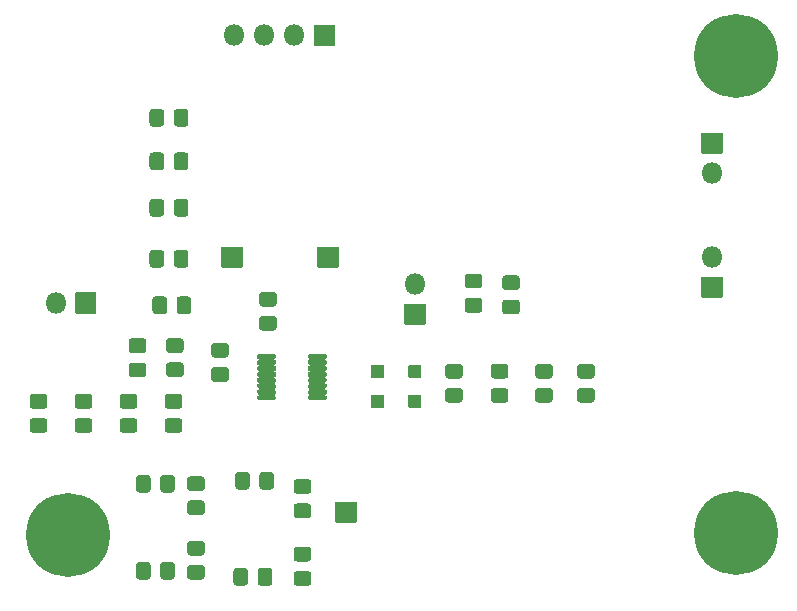
<source format=gbr>
%TF.GenerationSoftware,KiCad,Pcbnew,(5.1.9)-1*%
%TF.CreationDate,2021-07-13T18:03:53-04:00*%
%TF.ProjectId,detector_circuit_alt_LTC6254,64657465-6374-46f7-925f-636972637569,rev?*%
%TF.SameCoordinates,Original*%
%TF.FileFunction,Soldermask,Top*%
%TF.FilePolarity,Negative*%
%FSLAX46Y46*%
G04 Gerber Fmt 4.6, Leading zero omitted, Abs format (unit mm)*
G04 Created by KiCad (PCBNEW (5.1.9)-1) date 2021-07-13 18:03:53*
%MOMM*%
%LPD*%
G01*
G04 APERTURE LIST*
%ADD10C,7.101600*%
%ADD11O,1.801600X1.801600*%
%ADD12C,0.100000*%
G04 APERTURE END LIST*
D10*
%TO.C,REF\u002A\u002A*%
X146685000Y-100457000D03*
%TD*%
%TO.C,REF\u002A\u002A*%
X146685000Y-140843000D03*
%TD*%
%TO.C,TP2*%
G36*
G01*
X103112200Y-118325000D02*
X103112200Y-116625000D01*
G75*
G02*
X103163000Y-116574200I50800J0D01*
G01*
X104863000Y-116574200D01*
G75*
G02*
X104913800Y-116625000I0J-50800D01*
G01*
X104913800Y-118325000D01*
G75*
G02*
X104863000Y-118375800I-50800J0D01*
G01*
X103163000Y-118375800D01*
G75*
G02*
X103112200Y-118325000I0J50800D01*
G01*
G37*
%TD*%
%TO.C,U1*%
G36*
G01*
X110467200Y-125985400D02*
X110467200Y-125784600D01*
G75*
G02*
X110567600Y-125684200I100400J0D01*
G01*
X111918400Y-125684200D01*
G75*
G02*
X112018800Y-125784600I0J-100400D01*
G01*
X112018800Y-125985400D01*
G75*
G02*
X111918400Y-126085800I-100400J0D01*
G01*
X110567600Y-126085800D01*
G75*
G02*
X110467200Y-125985400I0J100400D01*
G01*
G37*
G36*
G01*
X110467200Y-126485400D02*
X110467200Y-126284600D01*
G75*
G02*
X110567600Y-126184200I100400J0D01*
G01*
X111918400Y-126184200D01*
G75*
G02*
X112018800Y-126284600I0J-100400D01*
G01*
X112018800Y-126485400D01*
G75*
G02*
X111918400Y-126585800I-100400J0D01*
G01*
X110567600Y-126585800D01*
G75*
G02*
X110467200Y-126485400I0J100400D01*
G01*
G37*
G36*
G01*
X110467200Y-126985400D02*
X110467200Y-126784600D01*
G75*
G02*
X110567600Y-126684200I100400J0D01*
G01*
X111918400Y-126684200D01*
G75*
G02*
X112018800Y-126784600I0J-100400D01*
G01*
X112018800Y-126985400D01*
G75*
G02*
X111918400Y-127085800I-100400J0D01*
G01*
X110567600Y-127085800D01*
G75*
G02*
X110467200Y-126985400I0J100400D01*
G01*
G37*
G36*
G01*
X110467200Y-127485400D02*
X110467200Y-127284600D01*
G75*
G02*
X110567600Y-127184200I100400J0D01*
G01*
X111918400Y-127184200D01*
G75*
G02*
X112018800Y-127284600I0J-100400D01*
G01*
X112018800Y-127485400D01*
G75*
G02*
X111918400Y-127585800I-100400J0D01*
G01*
X110567600Y-127585800D01*
G75*
G02*
X110467200Y-127485400I0J100400D01*
G01*
G37*
G36*
G01*
X110467200Y-127985400D02*
X110467200Y-127784600D01*
G75*
G02*
X110567600Y-127684200I100400J0D01*
G01*
X111918400Y-127684200D01*
G75*
G02*
X112018800Y-127784600I0J-100400D01*
G01*
X112018800Y-127985400D01*
G75*
G02*
X111918400Y-128085800I-100400J0D01*
G01*
X110567600Y-128085800D01*
G75*
G02*
X110467200Y-127985400I0J100400D01*
G01*
G37*
G36*
G01*
X110467200Y-128485400D02*
X110467200Y-128284600D01*
G75*
G02*
X110567600Y-128184200I100400J0D01*
G01*
X111918400Y-128184200D01*
G75*
G02*
X112018800Y-128284600I0J-100400D01*
G01*
X112018800Y-128485400D01*
G75*
G02*
X111918400Y-128585800I-100400J0D01*
G01*
X110567600Y-128585800D01*
G75*
G02*
X110467200Y-128485400I0J100400D01*
G01*
G37*
G36*
G01*
X110467200Y-128985400D02*
X110467200Y-128784600D01*
G75*
G02*
X110567600Y-128684200I100400J0D01*
G01*
X111918400Y-128684200D01*
G75*
G02*
X112018800Y-128784600I0J-100400D01*
G01*
X112018800Y-128985400D01*
G75*
G02*
X111918400Y-129085800I-100400J0D01*
G01*
X110567600Y-129085800D01*
G75*
G02*
X110467200Y-128985400I0J100400D01*
G01*
G37*
G36*
G01*
X110467200Y-129485400D02*
X110467200Y-129284600D01*
G75*
G02*
X110567600Y-129184200I100400J0D01*
G01*
X111918400Y-129184200D01*
G75*
G02*
X112018800Y-129284600I0J-100400D01*
G01*
X112018800Y-129485400D01*
G75*
G02*
X111918400Y-129585800I-100400J0D01*
G01*
X110567600Y-129585800D01*
G75*
G02*
X110467200Y-129485400I0J100400D01*
G01*
G37*
G36*
G01*
X106167200Y-129485400D02*
X106167200Y-129284600D01*
G75*
G02*
X106267600Y-129184200I100400J0D01*
G01*
X107618400Y-129184200D01*
G75*
G02*
X107718800Y-129284600I0J-100400D01*
G01*
X107718800Y-129485400D01*
G75*
G02*
X107618400Y-129585800I-100400J0D01*
G01*
X106267600Y-129585800D01*
G75*
G02*
X106167200Y-129485400I0J100400D01*
G01*
G37*
G36*
G01*
X106167200Y-128985400D02*
X106167200Y-128784600D01*
G75*
G02*
X106267600Y-128684200I100400J0D01*
G01*
X107618400Y-128684200D01*
G75*
G02*
X107718800Y-128784600I0J-100400D01*
G01*
X107718800Y-128985400D01*
G75*
G02*
X107618400Y-129085800I-100400J0D01*
G01*
X106267600Y-129085800D01*
G75*
G02*
X106167200Y-128985400I0J100400D01*
G01*
G37*
G36*
G01*
X106167200Y-128485400D02*
X106167200Y-128284600D01*
G75*
G02*
X106267600Y-128184200I100400J0D01*
G01*
X107618400Y-128184200D01*
G75*
G02*
X107718800Y-128284600I0J-100400D01*
G01*
X107718800Y-128485400D01*
G75*
G02*
X107618400Y-128585800I-100400J0D01*
G01*
X106267600Y-128585800D01*
G75*
G02*
X106167200Y-128485400I0J100400D01*
G01*
G37*
G36*
G01*
X106167200Y-127985400D02*
X106167200Y-127784600D01*
G75*
G02*
X106267600Y-127684200I100400J0D01*
G01*
X107618400Y-127684200D01*
G75*
G02*
X107718800Y-127784600I0J-100400D01*
G01*
X107718800Y-127985400D01*
G75*
G02*
X107618400Y-128085800I-100400J0D01*
G01*
X106267600Y-128085800D01*
G75*
G02*
X106167200Y-127985400I0J100400D01*
G01*
G37*
G36*
G01*
X106167200Y-127485400D02*
X106167200Y-127284600D01*
G75*
G02*
X106267600Y-127184200I100400J0D01*
G01*
X107618400Y-127184200D01*
G75*
G02*
X107718800Y-127284600I0J-100400D01*
G01*
X107718800Y-127485400D01*
G75*
G02*
X107618400Y-127585800I-100400J0D01*
G01*
X106267600Y-127585800D01*
G75*
G02*
X106167200Y-127485400I0J100400D01*
G01*
G37*
G36*
G01*
X106167200Y-126985400D02*
X106167200Y-126784600D01*
G75*
G02*
X106267600Y-126684200I100400J0D01*
G01*
X107618400Y-126684200D01*
G75*
G02*
X107718800Y-126784600I0J-100400D01*
G01*
X107718800Y-126985400D01*
G75*
G02*
X107618400Y-127085800I-100400J0D01*
G01*
X106267600Y-127085800D01*
G75*
G02*
X106167200Y-126985400I0J100400D01*
G01*
G37*
G36*
G01*
X106167200Y-126485400D02*
X106167200Y-126284600D01*
G75*
G02*
X106267600Y-126184200I100400J0D01*
G01*
X107618400Y-126184200D01*
G75*
G02*
X107718800Y-126284600I0J-100400D01*
G01*
X107718800Y-126485400D01*
G75*
G02*
X107618400Y-126585800I-100400J0D01*
G01*
X106267600Y-126585800D01*
G75*
G02*
X106167200Y-126485400I0J100400D01*
G01*
G37*
G36*
G01*
X106167200Y-125985400D02*
X106167200Y-125784600D01*
G75*
G02*
X106267600Y-125684200I100400J0D01*
G01*
X107618400Y-125684200D01*
G75*
G02*
X107718800Y-125784600I0J-100400D01*
G01*
X107718800Y-125985400D01*
G75*
G02*
X107618400Y-126085800I-100400J0D01*
G01*
X106267600Y-126085800D01*
G75*
G02*
X106167200Y-125985400I0J100400D01*
G01*
G37*
%TD*%
%TO.C,R1*%
G36*
G01*
X107539715Y-121647800D02*
X106582285Y-121647800D01*
G75*
G02*
X106310200Y-121375715I0J272085D01*
G01*
X106310200Y-120668285D01*
G75*
G02*
X106582285Y-120396200I272085J0D01*
G01*
X107539715Y-120396200D01*
G75*
G02*
X107811800Y-120668285I0J-272085D01*
G01*
X107811800Y-121375715D01*
G75*
G02*
X107539715Y-121647800I-272085J0D01*
G01*
G37*
G36*
G01*
X107539715Y-123697800D02*
X106582285Y-123697800D01*
G75*
G02*
X106310200Y-123425715I0J272085D01*
G01*
X106310200Y-122718285D01*
G75*
G02*
X106582285Y-122446200I272085J0D01*
G01*
X107539715Y-122446200D01*
G75*
G02*
X107811800Y-122718285I0J-272085D01*
G01*
X107811800Y-123425715D01*
G75*
G02*
X107539715Y-123697800I-272085J0D01*
G01*
G37*
%TD*%
%TO.C,TP15*%
G36*
G01*
X112764200Y-139915000D02*
X112764200Y-138215000D01*
G75*
G02*
X112815000Y-138164200I50800J0D01*
G01*
X114515000Y-138164200D01*
G75*
G02*
X114565800Y-138215000I0J-50800D01*
G01*
X114565800Y-139915000D01*
G75*
G02*
X114515000Y-139965800I-50800J0D01*
G01*
X112815000Y-139965800D01*
G75*
G02*
X112764200Y-139915000I0J50800D01*
G01*
G37*
%TD*%
%TO.C,R26*%
G36*
G01*
X99656715Y-125575800D02*
X98699285Y-125575800D01*
G75*
G02*
X98427200Y-125303715I0J272085D01*
G01*
X98427200Y-124596285D01*
G75*
G02*
X98699285Y-124324200I272085J0D01*
G01*
X99656715Y-124324200D01*
G75*
G02*
X99928800Y-124596285I0J-272085D01*
G01*
X99928800Y-125303715D01*
G75*
G02*
X99656715Y-125575800I-272085J0D01*
G01*
G37*
G36*
G01*
X99656715Y-127625800D02*
X98699285Y-127625800D01*
G75*
G02*
X98427200Y-127353715I0J272085D01*
G01*
X98427200Y-126646285D01*
G75*
G02*
X98699285Y-126374200I272085J0D01*
G01*
X99656715Y-126374200D01*
G75*
G02*
X99928800Y-126646285I0J-272085D01*
G01*
X99928800Y-127353715D01*
G75*
G02*
X99656715Y-127625800I-272085J0D01*
G01*
G37*
%TD*%
%TO.C,R34*%
G36*
G01*
X95533285Y-126383200D02*
X96490715Y-126383200D01*
G75*
G02*
X96762800Y-126655285I0J-272085D01*
G01*
X96762800Y-127362715D01*
G75*
G02*
X96490715Y-127634800I-272085J0D01*
G01*
X95533285Y-127634800D01*
G75*
G02*
X95261200Y-127362715I0J272085D01*
G01*
X95261200Y-126655285D01*
G75*
G02*
X95533285Y-126383200I272085J0D01*
G01*
G37*
G36*
G01*
X95533285Y-124333200D02*
X96490715Y-124333200D01*
G75*
G02*
X96762800Y-124605285I0J-272085D01*
G01*
X96762800Y-125312715D01*
G75*
G02*
X96490715Y-125584800I-272085J0D01*
G01*
X95533285Y-125584800D01*
G75*
G02*
X95261200Y-125312715I0J272085D01*
G01*
X95261200Y-124605285D01*
G75*
G02*
X95533285Y-124333200I272085J0D01*
G01*
G37*
%TD*%
D11*
%TO.C,JP1*%
X119507000Y-119761000D03*
G36*
G01*
X120407800Y-121451000D02*
X120407800Y-123151000D01*
G75*
G02*
X120357000Y-123201800I-50800J0D01*
G01*
X118657000Y-123201800D01*
G75*
G02*
X118606200Y-123151000I0J50800D01*
G01*
X118606200Y-121451000D01*
G75*
G02*
X118657000Y-121400200I50800J0D01*
G01*
X120357000Y-121400200D01*
G75*
G02*
X120407800Y-121451000I0J-50800D01*
G01*
G37*
%TD*%
%TO.C,R39*%
G36*
G01*
X133506285Y-128542200D02*
X134463715Y-128542200D01*
G75*
G02*
X134735800Y-128814285I0J-272085D01*
G01*
X134735800Y-129521715D01*
G75*
G02*
X134463715Y-129793800I-272085J0D01*
G01*
X133506285Y-129793800D01*
G75*
G02*
X133234200Y-129521715I0J272085D01*
G01*
X133234200Y-128814285D01*
G75*
G02*
X133506285Y-128542200I272085J0D01*
G01*
G37*
G36*
G01*
X133506285Y-126492200D02*
X134463715Y-126492200D01*
G75*
G02*
X134735800Y-126764285I0J-272085D01*
G01*
X134735800Y-127471715D01*
G75*
G02*
X134463715Y-127743800I-272085J0D01*
G01*
X133506285Y-127743800D01*
G75*
G02*
X133234200Y-127471715I0J272085D01*
G01*
X133234200Y-126764285D01*
G75*
G02*
X133506285Y-126492200I272085J0D01*
G01*
G37*
%TD*%
%TO.C,C32*%
G36*
G01*
X97127800Y-136173285D02*
X97127800Y-137130715D01*
G75*
G02*
X96855715Y-137402800I-272085J0D01*
G01*
X96148285Y-137402800D01*
G75*
G02*
X95876200Y-137130715I0J272085D01*
G01*
X95876200Y-136173285D01*
G75*
G02*
X96148285Y-135901200I272085J0D01*
G01*
X96855715Y-135901200D01*
G75*
G02*
X97127800Y-136173285I0J-272085D01*
G01*
G37*
G36*
G01*
X99177800Y-136173285D02*
X99177800Y-137130715D01*
G75*
G02*
X98905715Y-137402800I-272085J0D01*
G01*
X98198285Y-137402800D01*
G75*
G02*
X97926200Y-137130715I0J272085D01*
G01*
X97926200Y-136173285D01*
G75*
G02*
X98198285Y-135901200I272085J0D01*
G01*
X98905715Y-135901200D01*
G75*
G02*
X99177800Y-136173285I0J-272085D01*
G01*
G37*
%TD*%
%TO.C,C27*%
G36*
G01*
X127156285Y-121058200D02*
X128113715Y-121058200D01*
G75*
G02*
X128385800Y-121330285I0J-272085D01*
G01*
X128385800Y-122037715D01*
G75*
G02*
X128113715Y-122309800I-272085J0D01*
G01*
X127156285Y-122309800D01*
G75*
G02*
X126884200Y-122037715I0J272085D01*
G01*
X126884200Y-121330285D01*
G75*
G02*
X127156285Y-121058200I272085J0D01*
G01*
G37*
G36*
G01*
X127156285Y-119008200D02*
X128113715Y-119008200D01*
G75*
G02*
X128385800Y-119280285I0J-272085D01*
G01*
X128385800Y-119987715D01*
G75*
G02*
X128113715Y-120259800I-272085J0D01*
G01*
X127156285Y-120259800D01*
G75*
G02*
X126884200Y-119987715I0J272085D01*
G01*
X126884200Y-119280285D01*
G75*
G02*
X127156285Y-119008200I272085J0D01*
G01*
G37*
%TD*%
%TO.C,C37*%
G36*
G01*
X122330285Y-128542200D02*
X123287715Y-128542200D01*
G75*
G02*
X123559800Y-128814285I0J-272085D01*
G01*
X123559800Y-129521715D01*
G75*
G02*
X123287715Y-129793800I-272085J0D01*
G01*
X122330285Y-129793800D01*
G75*
G02*
X122058200Y-129521715I0J272085D01*
G01*
X122058200Y-128814285D01*
G75*
G02*
X122330285Y-128542200I272085J0D01*
G01*
G37*
G36*
G01*
X122330285Y-126492200D02*
X123287715Y-126492200D01*
G75*
G02*
X123559800Y-126764285I0J-272085D01*
G01*
X123559800Y-127471715D01*
G75*
G02*
X123287715Y-127743800I-272085J0D01*
G01*
X122330285Y-127743800D01*
G75*
G02*
X122058200Y-127471715I0J272085D01*
G01*
X122058200Y-126764285D01*
G75*
G02*
X122330285Y-126492200I272085J0D01*
G01*
G37*
%TD*%
%TO.C,R42*%
G36*
G01*
X123981285Y-120913200D02*
X124938715Y-120913200D01*
G75*
G02*
X125210800Y-121185285I0J-272085D01*
G01*
X125210800Y-121892715D01*
G75*
G02*
X124938715Y-122164800I-272085J0D01*
G01*
X123981285Y-122164800D01*
G75*
G02*
X123709200Y-121892715I0J272085D01*
G01*
X123709200Y-121185285D01*
G75*
G02*
X123981285Y-120913200I272085J0D01*
G01*
G37*
G36*
G01*
X123981285Y-118863200D02*
X124938715Y-118863200D01*
G75*
G02*
X125210800Y-119135285I0J-272085D01*
G01*
X125210800Y-119842715D01*
G75*
G02*
X124938715Y-120114800I-272085J0D01*
G01*
X123981285Y-120114800D01*
G75*
G02*
X123709200Y-119842715I0J272085D01*
G01*
X123709200Y-119135285D01*
G75*
G02*
X123981285Y-118863200I272085J0D01*
G01*
G37*
%TD*%
%TO.C,D2*%
G36*
G01*
X119007000Y-129096200D02*
X120007000Y-129096200D01*
G75*
G02*
X120057800Y-129147000I0J-50800D01*
G01*
X120057800Y-130147000D01*
G75*
G02*
X120007000Y-130197800I-50800J0D01*
G01*
X119007000Y-130197800D01*
G75*
G02*
X118956200Y-130147000I0J50800D01*
G01*
X118956200Y-129147000D01*
G75*
G02*
X119007000Y-129096200I50800J0D01*
G01*
G37*
G36*
G01*
X119007000Y-126596200D02*
X120007000Y-126596200D01*
G75*
G02*
X120057800Y-126647000I0J-50800D01*
G01*
X120057800Y-127647000D01*
G75*
G02*
X120007000Y-127697800I-50800J0D01*
G01*
X119007000Y-127697800D01*
G75*
G02*
X118956200Y-127647000I0J50800D01*
G01*
X118956200Y-126647000D01*
G75*
G02*
X119007000Y-126596200I50800J0D01*
G01*
G37*
%TD*%
%TO.C,TP1*%
G36*
G01*
X111291000Y-116574200D02*
X112991000Y-116574200D01*
G75*
G02*
X113041800Y-116625000I0J-50800D01*
G01*
X113041800Y-118325000D01*
G75*
G02*
X112991000Y-118375800I-50800J0D01*
G01*
X111291000Y-118375800D01*
G75*
G02*
X111240200Y-118325000I0J50800D01*
G01*
X111240200Y-116625000D01*
G75*
G02*
X111291000Y-116574200I50800J0D01*
G01*
G37*
%TD*%
%TO.C,JP5*%
X89090500Y-121348500D03*
G36*
G01*
X90780500Y-120447700D02*
X92480500Y-120447700D01*
G75*
G02*
X92531300Y-120498500I0J-50800D01*
G01*
X92531300Y-122198500D01*
G75*
G02*
X92480500Y-122249300I-50800J0D01*
G01*
X90780500Y-122249300D01*
G75*
G02*
X90729700Y-122198500I0J50800D01*
G01*
X90729700Y-120498500D01*
G75*
G02*
X90780500Y-120447700I50800J0D01*
G01*
G37*
%TD*%
%TO.C,R40*%
G36*
G01*
X99078200Y-109825715D02*
X99078200Y-108868285D01*
G75*
G02*
X99350285Y-108596200I272085J0D01*
G01*
X100057715Y-108596200D01*
G75*
G02*
X100329800Y-108868285I0J-272085D01*
G01*
X100329800Y-109825715D01*
G75*
G02*
X100057715Y-110097800I-272085J0D01*
G01*
X99350285Y-110097800D01*
G75*
G02*
X99078200Y-109825715I0J272085D01*
G01*
G37*
G36*
G01*
X97028200Y-109825715D02*
X97028200Y-108868285D01*
G75*
G02*
X97300285Y-108596200I272085J0D01*
G01*
X98007715Y-108596200D01*
G75*
G02*
X98279800Y-108868285I0J-272085D01*
G01*
X98279800Y-109825715D01*
G75*
G02*
X98007715Y-110097800I-272085J0D01*
G01*
X97300285Y-110097800D01*
G75*
G02*
X97028200Y-109825715I0J272085D01*
G01*
G37*
%TD*%
%TO.C,R36*%
G36*
G01*
X91918715Y-130292800D02*
X90961285Y-130292800D01*
G75*
G02*
X90689200Y-130020715I0J272085D01*
G01*
X90689200Y-129313285D01*
G75*
G02*
X90961285Y-129041200I272085J0D01*
G01*
X91918715Y-129041200D01*
G75*
G02*
X92190800Y-129313285I0J-272085D01*
G01*
X92190800Y-130020715D01*
G75*
G02*
X91918715Y-130292800I-272085J0D01*
G01*
G37*
G36*
G01*
X91918715Y-132342800D02*
X90961285Y-132342800D01*
G75*
G02*
X90689200Y-132070715I0J272085D01*
G01*
X90689200Y-131363285D01*
G75*
G02*
X90961285Y-131091200I272085J0D01*
G01*
X91918715Y-131091200D01*
G75*
G02*
X92190800Y-131363285I0J-272085D01*
G01*
X92190800Y-132070715D01*
G75*
G02*
X91918715Y-132342800I-272085J0D01*
G01*
G37*
%TD*%
%TO.C,R35*%
G36*
G01*
X88108715Y-130292800D02*
X87151285Y-130292800D01*
G75*
G02*
X86879200Y-130020715I0J272085D01*
G01*
X86879200Y-129313285D01*
G75*
G02*
X87151285Y-129041200I272085J0D01*
G01*
X88108715Y-129041200D01*
G75*
G02*
X88380800Y-129313285I0J-272085D01*
G01*
X88380800Y-130020715D01*
G75*
G02*
X88108715Y-130292800I-272085J0D01*
G01*
G37*
G36*
G01*
X88108715Y-132342800D02*
X87151285Y-132342800D01*
G75*
G02*
X86879200Y-132070715I0J272085D01*
G01*
X86879200Y-131363285D01*
G75*
G02*
X87151285Y-131091200I272085J0D01*
G01*
X88108715Y-131091200D01*
G75*
G02*
X88380800Y-131363285I0J-272085D01*
G01*
X88380800Y-132070715D01*
G75*
G02*
X88108715Y-132342800I-272085J0D01*
G01*
G37*
%TD*%
%TO.C,R33*%
G36*
G01*
X107432800Y-144047285D02*
X107432800Y-145004715D01*
G75*
G02*
X107160715Y-145276800I-272085J0D01*
G01*
X106453285Y-145276800D01*
G75*
G02*
X106181200Y-145004715I0J272085D01*
G01*
X106181200Y-144047285D01*
G75*
G02*
X106453285Y-143775200I272085J0D01*
G01*
X107160715Y-143775200D01*
G75*
G02*
X107432800Y-144047285I0J-272085D01*
G01*
G37*
G36*
G01*
X105382800Y-144047285D02*
X105382800Y-145004715D01*
G75*
G02*
X105110715Y-145276800I-272085J0D01*
G01*
X104403285Y-145276800D01*
G75*
G02*
X104131200Y-145004715I0J272085D01*
G01*
X104131200Y-144047285D01*
G75*
G02*
X104403285Y-143775200I272085J0D01*
G01*
X105110715Y-143775200D01*
G75*
G02*
X105382800Y-144047285I0J-272085D01*
G01*
G37*
%TD*%
%TO.C,R32*%
G36*
G01*
X101443715Y-142729800D02*
X100486285Y-142729800D01*
G75*
G02*
X100214200Y-142457715I0J272085D01*
G01*
X100214200Y-141750285D01*
G75*
G02*
X100486285Y-141478200I272085J0D01*
G01*
X101443715Y-141478200D01*
G75*
G02*
X101715800Y-141750285I0J-272085D01*
G01*
X101715800Y-142457715D01*
G75*
G02*
X101443715Y-142729800I-272085J0D01*
G01*
G37*
G36*
G01*
X101443715Y-144779800D02*
X100486285Y-144779800D01*
G75*
G02*
X100214200Y-144507715I0J272085D01*
G01*
X100214200Y-143800285D01*
G75*
G02*
X100486285Y-143528200I272085J0D01*
G01*
X101443715Y-143528200D01*
G75*
G02*
X101715800Y-143800285I0J-272085D01*
G01*
X101715800Y-144507715D01*
G75*
G02*
X101443715Y-144779800I-272085J0D01*
G01*
G37*
%TD*%
%TO.C,R31*%
G36*
G01*
X99078200Y-113762715D02*
X99078200Y-112805285D01*
G75*
G02*
X99350285Y-112533200I272085J0D01*
G01*
X100057715Y-112533200D01*
G75*
G02*
X100329800Y-112805285I0J-272085D01*
G01*
X100329800Y-113762715D01*
G75*
G02*
X100057715Y-114034800I-272085J0D01*
G01*
X99350285Y-114034800D01*
G75*
G02*
X99078200Y-113762715I0J272085D01*
G01*
G37*
G36*
G01*
X97028200Y-113762715D02*
X97028200Y-112805285D01*
G75*
G02*
X97300285Y-112533200I272085J0D01*
G01*
X98007715Y-112533200D01*
G75*
G02*
X98279800Y-112805285I0J-272085D01*
G01*
X98279800Y-113762715D01*
G75*
G02*
X98007715Y-114034800I-272085J0D01*
G01*
X97300285Y-114034800D01*
G75*
G02*
X97028200Y-113762715I0J272085D01*
G01*
G37*
%TD*%
%TO.C,R30*%
G36*
G01*
X126191085Y-128542200D02*
X127148515Y-128542200D01*
G75*
G02*
X127420600Y-128814285I0J-272085D01*
G01*
X127420600Y-129521715D01*
G75*
G02*
X127148515Y-129793800I-272085J0D01*
G01*
X126191085Y-129793800D01*
G75*
G02*
X125919000Y-129521715I0J272085D01*
G01*
X125919000Y-128814285D01*
G75*
G02*
X126191085Y-128542200I272085J0D01*
G01*
G37*
G36*
G01*
X126191085Y-126492200D02*
X127148515Y-126492200D01*
G75*
G02*
X127420600Y-126764285I0J-272085D01*
G01*
X127420600Y-127471715D01*
G75*
G02*
X127148515Y-127743800I-272085J0D01*
G01*
X126191085Y-127743800D01*
G75*
G02*
X125919000Y-127471715I0J272085D01*
G01*
X125919000Y-126764285D01*
G75*
G02*
X126191085Y-126492200I272085J0D01*
G01*
G37*
%TD*%
%TO.C,R27*%
G36*
G01*
X99538715Y-130292800D02*
X98581285Y-130292800D01*
G75*
G02*
X98309200Y-130020715I0J272085D01*
G01*
X98309200Y-129313285D01*
G75*
G02*
X98581285Y-129041200I272085J0D01*
G01*
X99538715Y-129041200D01*
G75*
G02*
X99810800Y-129313285I0J-272085D01*
G01*
X99810800Y-130020715D01*
G75*
G02*
X99538715Y-130292800I-272085J0D01*
G01*
G37*
G36*
G01*
X99538715Y-132342800D02*
X98581285Y-132342800D01*
G75*
G02*
X98309200Y-132070715I0J272085D01*
G01*
X98309200Y-131363285D01*
G75*
G02*
X98581285Y-131091200I272085J0D01*
G01*
X99538715Y-131091200D01*
G75*
G02*
X99810800Y-131363285I0J-272085D01*
G01*
X99810800Y-132070715D01*
G75*
G02*
X99538715Y-132342800I-272085J0D01*
G01*
G37*
%TD*%
%TO.C,R25*%
G36*
G01*
X105527800Y-135919285D02*
X105527800Y-136876715D01*
G75*
G02*
X105255715Y-137148800I-272085J0D01*
G01*
X104548285Y-137148800D01*
G75*
G02*
X104276200Y-136876715I0J272085D01*
G01*
X104276200Y-135919285D01*
G75*
G02*
X104548285Y-135647200I272085J0D01*
G01*
X105255715Y-135647200D01*
G75*
G02*
X105527800Y-135919285I0J-272085D01*
G01*
G37*
G36*
G01*
X107577800Y-135919285D02*
X107577800Y-136876715D01*
G75*
G02*
X107305715Y-137148800I-272085J0D01*
G01*
X106598285Y-137148800D01*
G75*
G02*
X106326200Y-136876715I0J272085D01*
G01*
X106326200Y-135919285D01*
G75*
G02*
X106598285Y-135647200I272085J0D01*
G01*
X107305715Y-135647200D01*
G75*
G02*
X107577800Y-135919285I0J-272085D01*
G01*
G37*
%TD*%
%TO.C,R24*%
G36*
G01*
X100486285Y-138058200D02*
X101443715Y-138058200D01*
G75*
G02*
X101715800Y-138330285I0J-272085D01*
G01*
X101715800Y-139037715D01*
G75*
G02*
X101443715Y-139309800I-272085J0D01*
G01*
X100486285Y-139309800D01*
G75*
G02*
X100214200Y-139037715I0J272085D01*
G01*
X100214200Y-138330285D01*
G75*
G02*
X100486285Y-138058200I272085J0D01*
G01*
G37*
G36*
G01*
X100486285Y-136008200D02*
X101443715Y-136008200D01*
G75*
G02*
X101715800Y-136280285I0J-272085D01*
G01*
X101715800Y-136987715D01*
G75*
G02*
X101443715Y-137259800I-272085J0D01*
G01*
X100486285Y-137259800D01*
G75*
G02*
X100214200Y-136987715I0J272085D01*
G01*
X100214200Y-136280285D01*
G75*
G02*
X100486285Y-136008200I272085J0D01*
G01*
G37*
%TD*%
%TO.C,R17*%
G36*
G01*
X99323200Y-122017715D02*
X99323200Y-121060285D01*
G75*
G02*
X99595285Y-120788200I272085J0D01*
G01*
X100302715Y-120788200D01*
G75*
G02*
X100574800Y-121060285I0J-272085D01*
G01*
X100574800Y-122017715D01*
G75*
G02*
X100302715Y-122289800I-272085J0D01*
G01*
X99595285Y-122289800D01*
G75*
G02*
X99323200Y-122017715I0J272085D01*
G01*
G37*
G36*
G01*
X97273200Y-122017715D02*
X97273200Y-121060285D01*
G75*
G02*
X97545285Y-120788200I272085J0D01*
G01*
X98252715Y-120788200D01*
G75*
G02*
X98524800Y-121060285I0J-272085D01*
G01*
X98524800Y-122017715D01*
G75*
G02*
X98252715Y-122289800I-272085J0D01*
G01*
X97545285Y-122289800D01*
G75*
G02*
X97273200Y-122017715I0J272085D01*
G01*
G37*
%TD*%
%TO.C,R16*%
G36*
G01*
X99078200Y-106142715D02*
X99078200Y-105185285D01*
G75*
G02*
X99350285Y-104913200I272085J0D01*
G01*
X100057715Y-104913200D01*
G75*
G02*
X100329800Y-105185285I0J-272085D01*
G01*
X100329800Y-106142715D01*
G75*
G02*
X100057715Y-106414800I-272085J0D01*
G01*
X99350285Y-106414800D01*
G75*
G02*
X99078200Y-106142715I0J272085D01*
G01*
G37*
G36*
G01*
X97028200Y-106142715D02*
X97028200Y-105185285D01*
G75*
G02*
X97300285Y-104913200I272085J0D01*
G01*
X98007715Y-104913200D01*
G75*
G02*
X98279800Y-105185285I0J-272085D01*
G01*
X98279800Y-106142715D01*
G75*
G02*
X98007715Y-106414800I-272085J0D01*
G01*
X97300285Y-106414800D01*
G75*
G02*
X97028200Y-106142715I0J272085D01*
G01*
G37*
%TD*%
%TO.C,D6*%
G36*
G01*
X115832000Y-129116200D02*
X116832000Y-129116200D01*
G75*
G02*
X116882800Y-129167000I0J-50800D01*
G01*
X116882800Y-130167000D01*
G75*
G02*
X116832000Y-130217800I-50800J0D01*
G01*
X115832000Y-130217800D01*
G75*
G02*
X115781200Y-130167000I0J50800D01*
G01*
X115781200Y-129167000D01*
G75*
G02*
X115832000Y-129116200I50800J0D01*
G01*
G37*
G36*
G01*
X115832000Y-126616200D02*
X116832000Y-126616200D01*
G75*
G02*
X116882800Y-126667000I0J-50800D01*
G01*
X116882800Y-127667000D01*
G75*
G02*
X116832000Y-127717800I-50800J0D01*
G01*
X115832000Y-127717800D01*
G75*
G02*
X115781200Y-127667000I0J50800D01*
G01*
X115781200Y-126667000D01*
G75*
G02*
X115832000Y-126616200I50800J0D01*
G01*
G37*
%TD*%
%TO.C,C39*%
G36*
G01*
X103475715Y-125974800D02*
X102518285Y-125974800D01*
G75*
G02*
X102246200Y-125702715I0J272085D01*
G01*
X102246200Y-124995285D01*
G75*
G02*
X102518285Y-124723200I272085J0D01*
G01*
X103475715Y-124723200D01*
G75*
G02*
X103747800Y-124995285I0J-272085D01*
G01*
X103747800Y-125702715D01*
G75*
G02*
X103475715Y-125974800I-272085J0D01*
G01*
G37*
G36*
G01*
X103475715Y-128024800D02*
X102518285Y-128024800D01*
G75*
G02*
X102246200Y-127752715I0J272085D01*
G01*
X102246200Y-127045285D01*
G75*
G02*
X102518285Y-126773200I272085J0D01*
G01*
X103475715Y-126773200D01*
G75*
G02*
X103747800Y-127045285I0J-272085D01*
G01*
X103747800Y-127752715D01*
G75*
G02*
X103475715Y-128024800I-272085J0D01*
G01*
G37*
%TD*%
%TO.C,C36*%
G36*
G01*
X95728715Y-130292800D02*
X94771285Y-130292800D01*
G75*
G02*
X94499200Y-130020715I0J272085D01*
G01*
X94499200Y-129313285D01*
G75*
G02*
X94771285Y-129041200I272085J0D01*
G01*
X95728715Y-129041200D01*
G75*
G02*
X96000800Y-129313285I0J-272085D01*
G01*
X96000800Y-130020715D01*
G75*
G02*
X95728715Y-130292800I-272085J0D01*
G01*
G37*
G36*
G01*
X95728715Y-132342800D02*
X94771285Y-132342800D01*
G75*
G02*
X94499200Y-132070715I0J272085D01*
G01*
X94499200Y-131363285D01*
G75*
G02*
X94771285Y-131091200I272085J0D01*
G01*
X95728715Y-131091200D01*
G75*
G02*
X96000800Y-131363285I0J-272085D01*
G01*
X96000800Y-132070715D01*
G75*
G02*
X95728715Y-132342800I-272085J0D01*
G01*
G37*
%TD*%
%TO.C,C33*%
G36*
G01*
X110460715Y-137513800D02*
X109503285Y-137513800D01*
G75*
G02*
X109231200Y-137241715I0J272085D01*
G01*
X109231200Y-136534285D01*
G75*
G02*
X109503285Y-136262200I272085J0D01*
G01*
X110460715Y-136262200D01*
G75*
G02*
X110732800Y-136534285I0J-272085D01*
G01*
X110732800Y-137241715D01*
G75*
G02*
X110460715Y-137513800I-272085J0D01*
G01*
G37*
G36*
G01*
X110460715Y-139563800D02*
X109503285Y-139563800D01*
G75*
G02*
X109231200Y-139291715I0J272085D01*
G01*
X109231200Y-138584285D01*
G75*
G02*
X109503285Y-138312200I272085J0D01*
G01*
X110460715Y-138312200D01*
G75*
G02*
X110732800Y-138584285I0J-272085D01*
G01*
X110732800Y-139291715D01*
G75*
G02*
X110460715Y-139563800I-272085J0D01*
G01*
G37*
%TD*%
%TO.C,C31*%
G36*
G01*
X99078200Y-118080715D02*
X99078200Y-117123285D01*
G75*
G02*
X99350285Y-116851200I272085J0D01*
G01*
X100057715Y-116851200D01*
G75*
G02*
X100329800Y-117123285I0J-272085D01*
G01*
X100329800Y-118080715D01*
G75*
G02*
X100057715Y-118352800I-272085J0D01*
G01*
X99350285Y-118352800D01*
G75*
G02*
X99078200Y-118080715I0J272085D01*
G01*
G37*
G36*
G01*
X97028200Y-118080715D02*
X97028200Y-117123285D01*
G75*
G02*
X97300285Y-116851200I272085J0D01*
G01*
X98007715Y-116851200D01*
G75*
G02*
X98279800Y-117123285I0J-272085D01*
G01*
X98279800Y-118080715D01*
G75*
G02*
X98007715Y-118352800I-272085J0D01*
G01*
X97300285Y-118352800D01*
G75*
G02*
X97028200Y-118080715I0J272085D01*
G01*
G37*
%TD*%
%TO.C,C19*%
G36*
G01*
X129950285Y-128542200D02*
X130907715Y-128542200D01*
G75*
G02*
X131179800Y-128814285I0J-272085D01*
G01*
X131179800Y-129521715D01*
G75*
G02*
X130907715Y-129793800I-272085J0D01*
G01*
X129950285Y-129793800D01*
G75*
G02*
X129678200Y-129521715I0J272085D01*
G01*
X129678200Y-128814285D01*
G75*
G02*
X129950285Y-128542200I272085J0D01*
G01*
G37*
G36*
G01*
X129950285Y-126492200D02*
X130907715Y-126492200D01*
G75*
G02*
X131179800Y-126764285I0J-272085D01*
G01*
X131179800Y-127471715D01*
G75*
G02*
X130907715Y-127743800I-272085J0D01*
G01*
X129950285Y-127743800D01*
G75*
G02*
X129678200Y-127471715I0J272085D01*
G01*
X129678200Y-126764285D01*
G75*
G02*
X129950285Y-126492200I272085J0D01*
G01*
G37*
%TD*%
%TO.C,C18*%
G36*
G01*
X109503285Y-141986200D02*
X110460715Y-141986200D01*
G75*
G02*
X110732800Y-142258285I0J-272085D01*
G01*
X110732800Y-142965715D01*
G75*
G02*
X110460715Y-143237800I-272085J0D01*
G01*
X109503285Y-143237800D01*
G75*
G02*
X109231200Y-142965715I0J272085D01*
G01*
X109231200Y-142258285D01*
G75*
G02*
X109503285Y-141986200I272085J0D01*
G01*
G37*
G36*
G01*
X109503285Y-144036200D02*
X110460715Y-144036200D01*
G75*
G02*
X110732800Y-144308285I0J-272085D01*
G01*
X110732800Y-145015715D01*
G75*
G02*
X110460715Y-145287800I-272085J0D01*
G01*
X109503285Y-145287800D01*
G75*
G02*
X109231200Y-145015715I0J272085D01*
G01*
X109231200Y-144308285D01*
G75*
G02*
X109503285Y-144036200I272085J0D01*
G01*
G37*
%TD*%
%TO.C,C17*%
G36*
G01*
X97127800Y-143539285D02*
X97127800Y-144496715D01*
G75*
G02*
X96855715Y-144768800I-272085J0D01*
G01*
X96148285Y-144768800D01*
G75*
G02*
X95876200Y-144496715I0J272085D01*
G01*
X95876200Y-143539285D01*
G75*
G02*
X96148285Y-143267200I272085J0D01*
G01*
X96855715Y-143267200D01*
G75*
G02*
X97127800Y-143539285I0J-272085D01*
G01*
G37*
G36*
G01*
X99177800Y-143539285D02*
X99177800Y-144496715D01*
G75*
G02*
X98905715Y-144768800I-272085J0D01*
G01*
X98198285Y-144768800D01*
G75*
G02*
X97926200Y-144496715I0J272085D01*
G01*
X97926200Y-143539285D01*
G75*
G02*
X98198285Y-143267200I272085J0D01*
G01*
X98905715Y-143267200D01*
G75*
G02*
X99177800Y-143539285I0J-272085D01*
G01*
G37*
%TD*%
%TO.C,J3*%
X104203500Y-98679000D03*
X106743500Y-98679000D03*
X109283500Y-98679000D03*
G36*
G01*
X110973500Y-97778200D02*
X112673500Y-97778200D01*
G75*
G02*
X112724300Y-97829000I0J-50800D01*
G01*
X112724300Y-99529000D01*
G75*
G02*
X112673500Y-99579800I-50800J0D01*
G01*
X110973500Y-99579800D01*
G75*
G02*
X110922700Y-99529000I0J50800D01*
G01*
X110922700Y-97829000D01*
G75*
G02*
X110973500Y-97778200I50800J0D01*
G01*
G37*
%TD*%
%TO.C,J2*%
X144653000Y-117475000D03*
G36*
G01*
X145553800Y-119165000D02*
X145553800Y-120865000D01*
G75*
G02*
X145503000Y-120915800I-50800J0D01*
G01*
X143803000Y-120915800D01*
G75*
G02*
X143752200Y-120865000I0J50800D01*
G01*
X143752200Y-119165000D01*
G75*
G02*
X143803000Y-119114200I50800J0D01*
G01*
X145503000Y-119114200D01*
G75*
G02*
X145553800Y-119165000I0J-50800D01*
G01*
G37*
%TD*%
%TO.C,J1*%
X144653000Y-110363000D03*
G36*
G01*
X143752200Y-108673000D02*
X143752200Y-106973000D01*
G75*
G02*
X143803000Y-106922200I50800J0D01*
G01*
X145503000Y-106922200D01*
G75*
G02*
X145553800Y-106973000I0J-50800D01*
G01*
X145553800Y-108673000D01*
G75*
G02*
X145503000Y-108723800I-50800J0D01*
G01*
X143803000Y-108723800D01*
G75*
G02*
X143752200Y-108673000I0J50800D01*
G01*
G37*
%TD*%
D10*
%TO.C,REF\u002A\u002A*%
X90170000Y-140970000D03*
%TD*%
D12*
G36*
X107719965Y-128983774D02*
G01*
X107720800Y-128985400D01*
X107720800Y-129008169D01*
X107720790Y-129008365D01*
X107719107Y-129025458D01*
X107719031Y-129025843D01*
X107714767Y-129039901D01*
X107714617Y-129040263D01*
X107707699Y-129053204D01*
X107707481Y-129053530D01*
X107698162Y-129064885D01*
X107697885Y-129065162D01*
X107686530Y-129074481D01*
X107686204Y-129074699D01*
X107673263Y-129081617D01*
X107672901Y-129081767D01*
X107658843Y-129086031D01*
X107658458Y-129086107D01*
X107652193Y-129086724D01*
X107642764Y-129088599D01*
X107633983Y-129092237D01*
X107626079Y-129097517D01*
X107619359Y-129104237D01*
X107614078Y-129112141D01*
X107610441Y-129120922D01*
X107608585Y-129130249D01*
X107608585Y-129139750D01*
X107610440Y-129149077D01*
X107614078Y-129157858D01*
X107619358Y-129165762D01*
X107626078Y-129172482D01*
X107633982Y-129177763D01*
X107642763Y-129181400D01*
X107652193Y-129183276D01*
X107658458Y-129183893D01*
X107658843Y-129183969D01*
X107672901Y-129188233D01*
X107673263Y-129188383D01*
X107686204Y-129195301D01*
X107686530Y-129195519D01*
X107697885Y-129204838D01*
X107698162Y-129205115D01*
X107707481Y-129216470D01*
X107707699Y-129216796D01*
X107714617Y-129229737D01*
X107714767Y-129230099D01*
X107719031Y-129244157D01*
X107719107Y-129244542D01*
X107720790Y-129261635D01*
X107720800Y-129261831D01*
X107720800Y-129284600D01*
X107719800Y-129286332D01*
X107717800Y-129286332D01*
X107716810Y-129284796D01*
X107714901Y-129265408D01*
X107709301Y-129246948D01*
X107700209Y-129229937D01*
X107687973Y-129215027D01*
X107673063Y-129202791D01*
X107656052Y-129193699D01*
X107637592Y-129188099D01*
X107618306Y-129186200D01*
X106267694Y-129186200D01*
X106248408Y-129188099D01*
X106229948Y-129193699D01*
X106212937Y-129202791D01*
X106198027Y-129215027D01*
X106185791Y-129229937D01*
X106176699Y-129246948D01*
X106171099Y-129265408D01*
X106169190Y-129284796D01*
X106168025Y-129286422D01*
X106166035Y-129286226D01*
X106165200Y-129284600D01*
X106165200Y-129261831D01*
X106165210Y-129261635D01*
X106166893Y-129244542D01*
X106166969Y-129244157D01*
X106171233Y-129230099D01*
X106171383Y-129229737D01*
X106178301Y-129216796D01*
X106178519Y-129216470D01*
X106187838Y-129205115D01*
X106188115Y-129204838D01*
X106199470Y-129195519D01*
X106199796Y-129195301D01*
X106212737Y-129188383D01*
X106213099Y-129188233D01*
X106227157Y-129183969D01*
X106227542Y-129183893D01*
X106233807Y-129183276D01*
X106243236Y-129181401D01*
X106252017Y-129177763D01*
X106259921Y-129172483D01*
X106266641Y-129165763D01*
X106271922Y-129157859D01*
X106275559Y-129149078D01*
X106277415Y-129139751D01*
X106277415Y-129130250D01*
X106275560Y-129120923D01*
X106271922Y-129112142D01*
X106266642Y-129104238D01*
X106259922Y-129097518D01*
X106252018Y-129092237D01*
X106243237Y-129088600D01*
X106233807Y-129086724D01*
X106227542Y-129086107D01*
X106227157Y-129086031D01*
X106213099Y-129081767D01*
X106212737Y-129081617D01*
X106199796Y-129074699D01*
X106199470Y-129074481D01*
X106188115Y-129065162D01*
X106187838Y-129064885D01*
X106178519Y-129053530D01*
X106178301Y-129053204D01*
X106171383Y-129040263D01*
X106171233Y-129039901D01*
X106166969Y-129025843D01*
X106166893Y-129025458D01*
X106165210Y-129008365D01*
X106165200Y-129008169D01*
X106165200Y-128985400D01*
X106166200Y-128983668D01*
X106168200Y-128983668D01*
X106169190Y-128985204D01*
X106171099Y-129004592D01*
X106176699Y-129023052D01*
X106185791Y-129040063D01*
X106198027Y-129054973D01*
X106212937Y-129067209D01*
X106229948Y-129076301D01*
X106248408Y-129081901D01*
X106267694Y-129083800D01*
X107618306Y-129083800D01*
X107637592Y-129081901D01*
X107656052Y-129076301D01*
X107673063Y-129067209D01*
X107687973Y-129054973D01*
X107700209Y-129040063D01*
X107709301Y-129023052D01*
X107714901Y-129004592D01*
X107716810Y-128985204D01*
X107717975Y-128983578D01*
X107719965Y-128983774D01*
G37*
G36*
X112019965Y-128983774D02*
G01*
X112020800Y-128985400D01*
X112020800Y-129008169D01*
X112020790Y-129008365D01*
X112019107Y-129025458D01*
X112019031Y-129025843D01*
X112014767Y-129039901D01*
X112014617Y-129040263D01*
X112007699Y-129053204D01*
X112007481Y-129053530D01*
X111998162Y-129064885D01*
X111997885Y-129065162D01*
X111986530Y-129074481D01*
X111986204Y-129074699D01*
X111973263Y-129081617D01*
X111972901Y-129081767D01*
X111958843Y-129086031D01*
X111958458Y-129086107D01*
X111952193Y-129086724D01*
X111942764Y-129088599D01*
X111933983Y-129092237D01*
X111926079Y-129097517D01*
X111919359Y-129104237D01*
X111914078Y-129112141D01*
X111910441Y-129120922D01*
X111908585Y-129130249D01*
X111908585Y-129139750D01*
X111910440Y-129149077D01*
X111914078Y-129157858D01*
X111919358Y-129165762D01*
X111926078Y-129172482D01*
X111933982Y-129177763D01*
X111942763Y-129181400D01*
X111952193Y-129183276D01*
X111958458Y-129183893D01*
X111958843Y-129183969D01*
X111972901Y-129188233D01*
X111973263Y-129188383D01*
X111986204Y-129195301D01*
X111986530Y-129195519D01*
X111997885Y-129204838D01*
X111998162Y-129205115D01*
X112007481Y-129216470D01*
X112007699Y-129216796D01*
X112014617Y-129229737D01*
X112014767Y-129230099D01*
X112019031Y-129244157D01*
X112019107Y-129244542D01*
X112020790Y-129261635D01*
X112020800Y-129261831D01*
X112020800Y-129284600D01*
X112019800Y-129286332D01*
X112017800Y-129286332D01*
X112016810Y-129284796D01*
X112014901Y-129265408D01*
X112009301Y-129246948D01*
X112000209Y-129229937D01*
X111987973Y-129215027D01*
X111973063Y-129202791D01*
X111956052Y-129193699D01*
X111937592Y-129188099D01*
X111918306Y-129186200D01*
X110567694Y-129186200D01*
X110548408Y-129188099D01*
X110529948Y-129193699D01*
X110512937Y-129202791D01*
X110498027Y-129215027D01*
X110485791Y-129229937D01*
X110476699Y-129246948D01*
X110471099Y-129265408D01*
X110469190Y-129284796D01*
X110468025Y-129286422D01*
X110466035Y-129286226D01*
X110465200Y-129284600D01*
X110465200Y-129261831D01*
X110465210Y-129261635D01*
X110466893Y-129244542D01*
X110466969Y-129244157D01*
X110471233Y-129230099D01*
X110471383Y-129229737D01*
X110478301Y-129216796D01*
X110478519Y-129216470D01*
X110487838Y-129205115D01*
X110488115Y-129204838D01*
X110499470Y-129195519D01*
X110499796Y-129195301D01*
X110512737Y-129188383D01*
X110513099Y-129188233D01*
X110527157Y-129183969D01*
X110527542Y-129183893D01*
X110533807Y-129183276D01*
X110543236Y-129181401D01*
X110552017Y-129177763D01*
X110559921Y-129172483D01*
X110566641Y-129165763D01*
X110571922Y-129157859D01*
X110575559Y-129149078D01*
X110577415Y-129139751D01*
X110577415Y-129130250D01*
X110575560Y-129120923D01*
X110571922Y-129112142D01*
X110566642Y-129104238D01*
X110559922Y-129097518D01*
X110552018Y-129092237D01*
X110543237Y-129088600D01*
X110533807Y-129086724D01*
X110527542Y-129086107D01*
X110527157Y-129086031D01*
X110513099Y-129081767D01*
X110512737Y-129081617D01*
X110499796Y-129074699D01*
X110499470Y-129074481D01*
X110488115Y-129065162D01*
X110487838Y-129064885D01*
X110478519Y-129053530D01*
X110478301Y-129053204D01*
X110471383Y-129040263D01*
X110471233Y-129039901D01*
X110466969Y-129025843D01*
X110466893Y-129025458D01*
X110465210Y-129008365D01*
X110465200Y-129008169D01*
X110465200Y-128985400D01*
X110466200Y-128983668D01*
X110468200Y-128983668D01*
X110469190Y-128985204D01*
X110471099Y-129004592D01*
X110476699Y-129023052D01*
X110485791Y-129040063D01*
X110498027Y-129054973D01*
X110512937Y-129067209D01*
X110529948Y-129076301D01*
X110548408Y-129081901D01*
X110567694Y-129083800D01*
X111918306Y-129083800D01*
X111937592Y-129081901D01*
X111956052Y-129076301D01*
X111973063Y-129067209D01*
X111987973Y-129054973D01*
X112000209Y-129040063D01*
X112009301Y-129023052D01*
X112014901Y-129004592D01*
X112016810Y-128985204D01*
X112017975Y-128983578D01*
X112019965Y-128983774D01*
G37*
G36*
X112019965Y-128483774D02*
G01*
X112020800Y-128485400D01*
X112020800Y-128508169D01*
X112020790Y-128508365D01*
X112019107Y-128525458D01*
X112019031Y-128525843D01*
X112014767Y-128539901D01*
X112014617Y-128540263D01*
X112007699Y-128553204D01*
X112007481Y-128553530D01*
X111998162Y-128564885D01*
X111997885Y-128565162D01*
X111986530Y-128574481D01*
X111986204Y-128574699D01*
X111973263Y-128581617D01*
X111972901Y-128581767D01*
X111958843Y-128586031D01*
X111958458Y-128586107D01*
X111952193Y-128586724D01*
X111942764Y-128588599D01*
X111933983Y-128592237D01*
X111926079Y-128597517D01*
X111919359Y-128604237D01*
X111914078Y-128612141D01*
X111910441Y-128620922D01*
X111908585Y-128630249D01*
X111908585Y-128639750D01*
X111910440Y-128649077D01*
X111914078Y-128657858D01*
X111919358Y-128665762D01*
X111926078Y-128672482D01*
X111933982Y-128677763D01*
X111942763Y-128681400D01*
X111952193Y-128683276D01*
X111958458Y-128683893D01*
X111958843Y-128683969D01*
X111972901Y-128688233D01*
X111973263Y-128688383D01*
X111986204Y-128695301D01*
X111986530Y-128695519D01*
X111997885Y-128704838D01*
X111998162Y-128705115D01*
X112007481Y-128716470D01*
X112007699Y-128716796D01*
X112014617Y-128729737D01*
X112014767Y-128730099D01*
X112019031Y-128744157D01*
X112019107Y-128744542D01*
X112020790Y-128761635D01*
X112020800Y-128761831D01*
X112020800Y-128784600D01*
X112019800Y-128786332D01*
X112017800Y-128786332D01*
X112016810Y-128784796D01*
X112014901Y-128765408D01*
X112009301Y-128746948D01*
X112000209Y-128729937D01*
X111987973Y-128715027D01*
X111973063Y-128702791D01*
X111956052Y-128693699D01*
X111937592Y-128688099D01*
X111918306Y-128686200D01*
X110567694Y-128686200D01*
X110548408Y-128688099D01*
X110529948Y-128693699D01*
X110512937Y-128702791D01*
X110498027Y-128715027D01*
X110485791Y-128729937D01*
X110476699Y-128746948D01*
X110471099Y-128765408D01*
X110469190Y-128784796D01*
X110468025Y-128786422D01*
X110466035Y-128786226D01*
X110465200Y-128784600D01*
X110465200Y-128761831D01*
X110465210Y-128761635D01*
X110466893Y-128744542D01*
X110466969Y-128744157D01*
X110471233Y-128730099D01*
X110471383Y-128729737D01*
X110478301Y-128716796D01*
X110478519Y-128716470D01*
X110487838Y-128705115D01*
X110488115Y-128704838D01*
X110499470Y-128695519D01*
X110499796Y-128695301D01*
X110512737Y-128688383D01*
X110513099Y-128688233D01*
X110527157Y-128683969D01*
X110527542Y-128683893D01*
X110533807Y-128683276D01*
X110543236Y-128681401D01*
X110552017Y-128677763D01*
X110559921Y-128672483D01*
X110566641Y-128665763D01*
X110571922Y-128657859D01*
X110575559Y-128649078D01*
X110577415Y-128639751D01*
X110577415Y-128630250D01*
X110575560Y-128620923D01*
X110571922Y-128612142D01*
X110566642Y-128604238D01*
X110559922Y-128597518D01*
X110552018Y-128592237D01*
X110543237Y-128588600D01*
X110533807Y-128586724D01*
X110527542Y-128586107D01*
X110527157Y-128586031D01*
X110513099Y-128581767D01*
X110512737Y-128581617D01*
X110499796Y-128574699D01*
X110499470Y-128574481D01*
X110488115Y-128565162D01*
X110487838Y-128564885D01*
X110478519Y-128553530D01*
X110478301Y-128553204D01*
X110471383Y-128540263D01*
X110471233Y-128539901D01*
X110466969Y-128525843D01*
X110466893Y-128525458D01*
X110465210Y-128508365D01*
X110465200Y-128508169D01*
X110465200Y-128485400D01*
X110466200Y-128483668D01*
X110468200Y-128483668D01*
X110469190Y-128485204D01*
X110471099Y-128504592D01*
X110476699Y-128523052D01*
X110485791Y-128540063D01*
X110498027Y-128554973D01*
X110512937Y-128567209D01*
X110529948Y-128576301D01*
X110548408Y-128581901D01*
X110567694Y-128583800D01*
X111918306Y-128583800D01*
X111937592Y-128581901D01*
X111956052Y-128576301D01*
X111973063Y-128567209D01*
X111987973Y-128554973D01*
X112000209Y-128540063D01*
X112009301Y-128523052D01*
X112014901Y-128504592D01*
X112016810Y-128485204D01*
X112017975Y-128483578D01*
X112019965Y-128483774D01*
G37*
G36*
X107719965Y-128483774D02*
G01*
X107720800Y-128485400D01*
X107720800Y-128508169D01*
X107720790Y-128508365D01*
X107719107Y-128525458D01*
X107719031Y-128525843D01*
X107714767Y-128539901D01*
X107714617Y-128540263D01*
X107707699Y-128553204D01*
X107707481Y-128553530D01*
X107698162Y-128564885D01*
X107697885Y-128565162D01*
X107686530Y-128574481D01*
X107686204Y-128574699D01*
X107673263Y-128581617D01*
X107672901Y-128581767D01*
X107658843Y-128586031D01*
X107658458Y-128586107D01*
X107652193Y-128586724D01*
X107642764Y-128588599D01*
X107633983Y-128592237D01*
X107626079Y-128597517D01*
X107619359Y-128604237D01*
X107614078Y-128612141D01*
X107610441Y-128620922D01*
X107608585Y-128630249D01*
X107608585Y-128639750D01*
X107610440Y-128649077D01*
X107614078Y-128657858D01*
X107619358Y-128665762D01*
X107626078Y-128672482D01*
X107633982Y-128677763D01*
X107642763Y-128681400D01*
X107652193Y-128683276D01*
X107658458Y-128683893D01*
X107658843Y-128683969D01*
X107672901Y-128688233D01*
X107673263Y-128688383D01*
X107686204Y-128695301D01*
X107686530Y-128695519D01*
X107697885Y-128704838D01*
X107698162Y-128705115D01*
X107707481Y-128716470D01*
X107707699Y-128716796D01*
X107714617Y-128729737D01*
X107714767Y-128730099D01*
X107719031Y-128744157D01*
X107719107Y-128744542D01*
X107720790Y-128761635D01*
X107720800Y-128761831D01*
X107720800Y-128784600D01*
X107719800Y-128786332D01*
X107717800Y-128786332D01*
X107716810Y-128784796D01*
X107714901Y-128765408D01*
X107709301Y-128746948D01*
X107700209Y-128729937D01*
X107687973Y-128715027D01*
X107673063Y-128702791D01*
X107656052Y-128693699D01*
X107637592Y-128688099D01*
X107618306Y-128686200D01*
X106267694Y-128686200D01*
X106248408Y-128688099D01*
X106229948Y-128693699D01*
X106212937Y-128702791D01*
X106198027Y-128715027D01*
X106185791Y-128729937D01*
X106176699Y-128746948D01*
X106171099Y-128765408D01*
X106169190Y-128784796D01*
X106168025Y-128786422D01*
X106166035Y-128786226D01*
X106165200Y-128784600D01*
X106165200Y-128761831D01*
X106165210Y-128761635D01*
X106166893Y-128744542D01*
X106166969Y-128744157D01*
X106171233Y-128730099D01*
X106171383Y-128729737D01*
X106178301Y-128716796D01*
X106178519Y-128716470D01*
X106187838Y-128705115D01*
X106188115Y-128704838D01*
X106199470Y-128695519D01*
X106199796Y-128695301D01*
X106212737Y-128688383D01*
X106213099Y-128688233D01*
X106227157Y-128683969D01*
X106227542Y-128683893D01*
X106233807Y-128683276D01*
X106243236Y-128681401D01*
X106252017Y-128677763D01*
X106259921Y-128672483D01*
X106266641Y-128665763D01*
X106271922Y-128657859D01*
X106275559Y-128649078D01*
X106277415Y-128639751D01*
X106277415Y-128630250D01*
X106275560Y-128620923D01*
X106271922Y-128612142D01*
X106266642Y-128604238D01*
X106259922Y-128597518D01*
X106252018Y-128592237D01*
X106243237Y-128588600D01*
X106233807Y-128586724D01*
X106227542Y-128586107D01*
X106227157Y-128586031D01*
X106213099Y-128581767D01*
X106212737Y-128581617D01*
X106199796Y-128574699D01*
X106199470Y-128574481D01*
X106188115Y-128565162D01*
X106187838Y-128564885D01*
X106178519Y-128553530D01*
X106178301Y-128553204D01*
X106171383Y-128540263D01*
X106171233Y-128539901D01*
X106166969Y-128525843D01*
X106166893Y-128525458D01*
X106165210Y-128508365D01*
X106165200Y-128508169D01*
X106165200Y-128485400D01*
X106166200Y-128483668D01*
X106168200Y-128483668D01*
X106169190Y-128485204D01*
X106171099Y-128504592D01*
X106176699Y-128523052D01*
X106185791Y-128540063D01*
X106198027Y-128554973D01*
X106212937Y-128567209D01*
X106229948Y-128576301D01*
X106248408Y-128581901D01*
X106267694Y-128583800D01*
X107618306Y-128583800D01*
X107637592Y-128581901D01*
X107656052Y-128576301D01*
X107673063Y-128567209D01*
X107687973Y-128554973D01*
X107700209Y-128540063D01*
X107709301Y-128523052D01*
X107714901Y-128504592D01*
X107716810Y-128485204D01*
X107717975Y-128483578D01*
X107719965Y-128483774D01*
G37*
G36*
X107719965Y-127983774D02*
G01*
X107720800Y-127985400D01*
X107720800Y-128008169D01*
X107720790Y-128008365D01*
X107719107Y-128025458D01*
X107719031Y-128025843D01*
X107714767Y-128039901D01*
X107714617Y-128040263D01*
X107707699Y-128053204D01*
X107707481Y-128053530D01*
X107698162Y-128064885D01*
X107697885Y-128065162D01*
X107686530Y-128074481D01*
X107686204Y-128074699D01*
X107673263Y-128081617D01*
X107672901Y-128081767D01*
X107658843Y-128086031D01*
X107658458Y-128086107D01*
X107652193Y-128086724D01*
X107642764Y-128088599D01*
X107633983Y-128092237D01*
X107626079Y-128097517D01*
X107619359Y-128104237D01*
X107614078Y-128112141D01*
X107610441Y-128120922D01*
X107608585Y-128130249D01*
X107608585Y-128139750D01*
X107610440Y-128149077D01*
X107614078Y-128157858D01*
X107619358Y-128165762D01*
X107626078Y-128172482D01*
X107633982Y-128177763D01*
X107642763Y-128181400D01*
X107652193Y-128183276D01*
X107658458Y-128183893D01*
X107658843Y-128183969D01*
X107672901Y-128188233D01*
X107673263Y-128188383D01*
X107686204Y-128195301D01*
X107686530Y-128195519D01*
X107697885Y-128204838D01*
X107698162Y-128205115D01*
X107707481Y-128216470D01*
X107707699Y-128216796D01*
X107714617Y-128229737D01*
X107714767Y-128230099D01*
X107719031Y-128244157D01*
X107719107Y-128244542D01*
X107720790Y-128261635D01*
X107720800Y-128261831D01*
X107720800Y-128284600D01*
X107719800Y-128286332D01*
X107717800Y-128286332D01*
X107716810Y-128284796D01*
X107714901Y-128265408D01*
X107709301Y-128246948D01*
X107700209Y-128229937D01*
X107687973Y-128215027D01*
X107673063Y-128202791D01*
X107656052Y-128193699D01*
X107637592Y-128188099D01*
X107618306Y-128186200D01*
X106267694Y-128186200D01*
X106248408Y-128188099D01*
X106229948Y-128193699D01*
X106212937Y-128202791D01*
X106198027Y-128215027D01*
X106185791Y-128229937D01*
X106176699Y-128246948D01*
X106171099Y-128265408D01*
X106169190Y-128284796D01*
X106168025Y-128286422D01*
X106166035Y-128286226D01*
X106165200Y-128284600D01*
X106165200Y-128261831D01*
X106165210Y-128261635D01*
X106166893Y-128244542D01*
X106166969Y-128244157D01*
X106171233Y-128230099D01*
X106171383Y-128229737D01*
X106178301Y-128216796D01*
X106178519Y-128216470D01*
X106187838Y-128205115D01*
X106188115Y-128204838D01*
X106199470Y-128195519D01*
X106199796Y-128195301D01*
X106212737Y-128188383D01*
X106213099Y-128188233D01*
X106227157Y-128183969D01*
X106227542Y-128183893D01*
X106233807Y-128183276D01*
X106243236Y-128181401D01*
X106252017Y-128177763D01*
X106259921Y-128172483D01*
X106266641Y-128165763D01*
X106271922Y-128157859D01*
X106275559Y-128149078D01*
X106277415Y-128139751D01*
X106277415Y-128130250D01*
X106275560Y-128120923D01*
X106271922Y-128112142D01*
X106266642Y-128104238D01*
X106259922Y-128097518D01*
X106252018Y-128092237D01*
X106243237Y-128088600D01*
X106233807Y-128086724D01*
X106227542Y-128086107D01*
X106227157Y-128086031D01*
X106213099Y-128081767D01*
X106212737Y-128081617D01*
X106199796Y-128074699D01*
X106199470Y-128074481D01*
X106188115Y-128065162D01*
X106187838Y-128064885D01*
X106178519Y-128053530D01*
X106178301Y-128053204D01*
X106171383Y-128040263D01*
X106171233Y-128039901D01*
X106166969Y-128025843D01*
X106166893Y-128025458D01*
X106165210Y-128008365D01*
X106165200Y-128008169D01*
X106165200Y-127985400D01*
X106166200Y-127983668D01*
X106168200Y-127983668D01*
X106169190Y-127985204D01*
X106171099Y-128004592D01*
X106176699Y-128023052D01*
X106185791Y-128040063D01*
X106198027Y-128054973D01*
X106212937Y-128067209D01*
X106229948Y-128076301D01*
X106248408Y-128081901D01*
X106267694Y-128083800D01*
X107618306Y-128083800D01*
X107637592Y-128081901D01*
X107656052Y-128076301D01*
X107673063Y-128067209D01*
X107687973Y-128054973D01*
X107700209Y-128040063D01*
X107709301Y-128023052D01*
X107714901Y-128004592D01*
X107716810Y-127985204D01*
X107717975Y-127983578D01*
X107719965Y-127983774D01*
G37*
G36*
X112019965Y-127983774D02*
G01*
X112020800Y-127985400D01*
X112020800Y-128008169D01*
X112020790Y-128008365D01*
X112019107Y-128025458D01*
X112019031Y-128025843D01*
X112014767Y-128039901D01*
X112014617Y-128040263D01*
X112007699Y-128053204D01*
X112007481Y-128053530D01*
X111998162Y-128064885D01*
X111997885Y-128065162D01*
X111986530Y-128074481D01*
X111986204Y-128074699D01*
X111973263Y-128081617D01*
X111972901Y-128081767D01*
X111958843Y-128086031D01*
X111958458Y-128086107D01*
X111952193Y-128086724D01*
X111942764Y-128088599D01*
X111933983Y-128092237D01*
X111926079Y-128097517D01*
X111919359Y-128104237D01*
X111914078Y-128112141D01*
X111910441Y-128120922D01*
X111908585Y-128130249D01*
X111908585Y-128139750D01*
X111910440Y-128149077D01*
X111914078Y-128157858D01*
X111919358Y-128165762D01*
X111926078Y-128172482D01*
X111933982Y-128177763D01*
X111942763Y-128181400D01*
X111952193Y-128183276D01*
X111958458Y-128183893D01*
X111958843Y-128183969D01*
X111972901Y-128188233D01*
X111973263Y-128188383D01*
X111986204Y-128195301D01*
X111986530Y-128195519D01*
X111997885Y-128204838D01*
X111998162Y-128205115D01*
X112007481Y-128216470D01*
X112007699Y-128216796D01*
X112014617Y-128229737D01*
X112014767Y-128230099D01*
X112019031Y-128244157D01*
X112019107Y-128244542D01*
X112020790Y-128261635D01*
X112020800Y-128261831D01*
X112020800Y-128284600D01*
X112019800Y-128286332D01*
X112017800Y-128286332D01*
X112016810Y-128284796D01*
X112014901Y-128265408D01*
X112009301Y-128246948D01*
X112000209Y-128229937D01*
X111987973Y-128215027D01*
X111973063Y-128202791D01*
X111956052Y-128193699D01*
X111937592Y-128188099D01*
X111918306Y-128186200D01*
X110567694Y-128186200D01*
X110548408Y-128188099D01*
X110529948Y-128193699D01*
X110512937Y-128202791D01*
X110498027Y-128215027D01*
X110485791Y-128229937D01*
X110476699Y-128246948D01*
X110471099Y-128265408D01*
X110469190Y-128284796D01*
X110468025Y-128286422D01*
X110466035Y-128286226D01*
X110465200Y-128284600D01*
X110465200Y-128261831D01*
X110465210Y-128261635D01*
X110466893Y-128244542D01*
X110466969Y-128244157D01*
X110471233Y-128230099D01*
X110471383Y-128229737D01*
X110478301Y-128216796D01*
X110478519Y-128216470D01*
X110487838Y-128205115D01*
X110488115Y-128204838D01*
X110499470Y-128195519D01*
X110499796Y-128195301D01*
X110512737Y-128188383D01*
X110513099Y-128188233D01*
X110527157Y-128183969D01*
X110527542Y-128183893D01*
X110533807Y-128183276D01*
X110543236Y-128181401D01*
X110552017Y-128177763D01*
X110559921Y-128172483D01*
X110566641Y-128165763D01*
X110571922Y-128157859D01*
X110575559Y-128149078D01*
X110577415Y-128139751D01*
X110577415Y-128130250D01*
X110575560Y-128120923D01*
X110571922Y-128112142D01*
X110566642Y-128104238D01*
X110559922Y-128097518D01*
X110552018Y-128092237D01*
X110543237Y-128088600D01*
X110533807Y-128086724D01*
X110527542Y-128086107D01*
X110527157Y-128086031D01*
X110513099Y-128081767D01*
X110512737Y-128081617D01*
X110499796Y-128074699D01*
X110499470Y-128074481D01*
X110488115Y-128065162D01*
X110487838Y-128064885D01*
X110478519Y-128053530D01*
X110478301Y-128053204D01*
X110471383Y-128040263D01*
X110471233Y-128039901D01*
X110466969Y-128025843D01*
X110466893Y-128025458D01*
X110465210Y-128008365D01*
X110465200Y-128008169D01*
X110465200Y-127985400D01*
X110466200Y-127983668D01*
X110468200Y-127983668D01*
X110469190Y-127985204D01*
X110471099Y-128004592D01*
X110476699Y-128023052D01*
X110485791Y-128040063D01*
X110498027Y-128054973D01*
X110512937Y-128067209D01*
X110529948Y-128076301D01*
X110548408Y-128081901D01*
X110567694Y-128083800D01*
X111918306Y-128083800D01*
X111937592Y-128081901D01*
X111956052Y-128076301D01*
X111973063Y-128067209D01*
X111987973Y-128054973D01*
X112000209Y-128040063D01*
X112009301Y-128023052D01*
X112014901Y-128004592D01*
X112016810Y-127985204D01*
X112017975Y-127983578D01*
X112019965Y-127983774D01*
G37*
G36*
X107719965Y-127483774D02*
G01*
X107720800Y-127485400D01*
X107720800Y-127508169D01*
X107720790Y-127508365D01*
X107719107Y-127525458D01*
X107719031Y-127525843D01*
X107714767Y-127539901D01*
X107714617Y-127540263D01*
X107707699Y-127553204D01*
X107707481Y-127553530D01*
X107698162Y-127564885D01*
X107697885Y-127565162D01*
X107686530Y-127574481D01*
X107686204Y-127574699D01*
X107673263Y-127581617D01*
X107672901Y-127581767D01*
X107658843Y-127586031D01*
X107658458Y-127586107D01*
X107652193Y-127586724D01*
X107642764Y-127588599D01*
X107633983Y-127592237D01*
X107626079Y-127597517D01*
X107619359Y-127604237D01*
X107614078Y-127612141D01*
X107610441Y-127620922D01*
X107608585Y-127630249D01*
X107608585Y-127639750D01*
X107610440Y-127649077D01*
X107614078Y-127657858D01*
X107619358Y-127665762D01*
X107626078Y-127672482D01*
X107633982Y-127677763D01*
X107642763Y-127681400D01*
X107652193Y-127683276D01*
X107658458Y-127683893D01*
X107658843Y-127683969D01*
X107672901Y-127688233D01*
X107673263Y-127688383D01*
X107686204Y-127695301D01*
X107686530Y-127695519D01*
X107697885Y-127704838D01*
X107698162Y-127705115D01*
X107707481Y-127716470D01*
X107707699Y-127716796D01*
X107714617Y-127729737D01*
X107714767Y-127730099D01*
X107719031Y-127744157D01*
X107719107Y-127744542D01*
X107720790Y-127761635D01*
X107720800Y-127761831D01*
X107720800Y-127784600D01*
X107719800Y-127786332D01*
X107717800Y-127786332D01*
X107716810Y-127784796D01*
X107714901Y-127765408D01*
X107709301Y-127746948D01*
X107700209Y-127729937D01*
X107687973Y-127715027D01*
X107673063Y-127702791D01*
X107656052Y-127693699D01*
X107637592Y-127688099D01*
X107618306Y-127686200D01*
X106267694Y-127686200D01*
X106248408Y-127688099D01*
X106229948Y-127693699D01*
X106212937Y-127702791D01*
X106198027Y-127715027D01*
X106185791Y-127729937D01*
X106176699Y-127746948D01*
X106171099Y-127765408D01*
X106169190Y-127784796D01*
X106168025Y-127786422D01*
X106166035Y-127786226D01*
X106165200Y-127784600D01*
X106165200Y-127761831D01*
X106165210Y-127761635D01*
X106166893Y-127744542D01*
X106166969Y-127744157D01*
X106171233Y-127730099D01*
X106171383Y-127729737D01*
X106178301Y-127716796D01*
X106178519Y-127716470D01*
X106187838Y-127705115D01*
X106188115Y-127704838D01*
X106199470Y-127695519D01*
X106199796Y-127695301D01*
X106212737Y-127688383D01*
X106213099Y-127688233D01*
X106227157Y-127683969D01*
X106227542Y-127683893D01*
X106233807Y-127683276D01*
X106243236Y-127681401D01*
X106252017Y-127677763D01*
X106259921Y-127672483D01*
X106266641Y-127665763D01*
X106271922Y-127657859D01*
X106275559Y-127649078D01*
X106277415Y-127639751D01*
X106277415Y-127630250D01*
X106275560Y-127620923D01*
X106271922Y-127612142D01*
X106266642Y-127604238D01*
X106259922Y-127597518D01*
X106252018Y-127592237D01*
X106243237Y-127588600D01*
X106233807Y-127586724D01*
X106227542Y-127586107D01*
X106227157Y-127586031D01*
X106213099Y-127581767D01*
X106212737Y-127581617D01*
X106199796Y-127574699D01*
X106199470Y-127574481D01*
X106188115Y-127565162D01*
X106187838Y-127564885D01*
X106178519Y-127553530D01*
X106178301Y-127553204D01*
X106171383Y-127540263D01*
X106171233Y-127539901D01*
X106166969Y-127525843D01*
X106166893Y-127525458D01*
X106165210Y-127508365D01*
X106165200Y-127508169D01*
X106165200Y-127485400D01*
X106166200Y-127483668D01*
X106168200Y-127483668D01*
X106169190Y-127485204D01*
X106171099Y-127504592D01*
X106176699Y-127523052D01*
X106185791Y-127540063D01*
X106198027Y-127554973D01*
X106212937Y-127567209D01*
X106229948Y-127576301D01*
X106248408Y-127581901D01*
X106267694Y-127583800D01*
X107618306Y-127583800D01*
X107637592Y-127581901D01*
X107656052Y-127576301D01*
X107673063Y-127567209D01*
X107687973Y-127554973D01*
X107700209Y-127540063D01*
X107709301Y-127523052D01*
X107714901Y-127504592D01*
X107716810Y-127485204D01*
X107717975Y-127483578D01*
X107719965Y-127483774D01*
G37*
G36*
X112019965Y-127483774D02*
G01*
X112020800Y-127485400D01*
X112020800Y-127508169D01*
X112020790Y-127508365D01*
X112019107Y-127525458D01*
X112019031Y-127525843D01*
X112014767Y-127539901D01*
X112014617Y-127540263D01*
X112007699Y-127553204D01*
X112007481Y-127553530D01*
X111998162Y-127564885D01*
X111997885Y-127565162D01*
X111986530Y-127574481D01*
X111986204Y-127574699D01*
X111973263Y-127581617D01*
X111972901Y-127581767D01*
X111958843Y-127586031D01*
X111958458Y-127586107D01*
X111952193Y-127586724D01*
X111942764Y-127588599D01*
X111933983Y-127592237D01*
X111926079Y-127597517D01*
X111919359Y-127604237D01*
X111914078Y-127612141D01*
X111910441Y-127620922D01*
X111908585Y-127630249D01*
X111908585Y-127639750D01*
X111910440Y-127649077D01*
X111914078Y-127657858D01*
X111919358Y-127665762D01*
X111926078Y-127672482D01*
X111933982Y-127677763D01*
X111942763Y-127681400D01*
X111952193Y-127683276D01*
X111958458Y-127683893D01*
X111958843Y-127683969D01*
X111972901Y-127688233D01*
X111973263Y-127688383D01*
X111986204Y-127695301D01*
X111986530Y-127695519D01*
X111997885Y-127704838D01*
X111998162Y-127705115D01*
X112007481Y-127716470D01*
X112007699Y-127716796D01*
X112014617Y-127729737D01*
X112014767Y-127730099D01*
X112019031Y-127744157D01*
X112019107Y-127744542D01*
X112020790Y-127761635D01*
X112020800Y-127761831D01*
X112020800Y-127784600D01*
X112019800Y-127786332D01*
X112017800Y-127786332D01*
X112016810Y-127784796D01*
X112014901Y-127765408D01*
X112009301Y-127746948D01*
X112000209Y-127729937D01*
X111987973Y-127715027D01*
X111973063Y-127702791D01*
X111956052Y-127693699D01*
X111937592Y-127688099D01*
X111918306Y-127686200D01*
X110567694Y-127686200D01*
X110548408Y-127688099D01*
X110529948Y-127693699D01*
X110512937Y-127702791D01*
X110498027Y-127715027D01*
X110485791Y-127729937D01*
X110476699Y-127746948D01*
X110471099Y-127765408D01*
X110469190Y-127784796D01*
X110468025Y-127786422D01*
X110466035Y-127786226D01*
X110465200Y-127784600D01*
X110465200Y-127761831D01*
X110465210Y-127761635D01*
X110466893Y-127744542D01*
X110466969Y-127744157D01*
X110471233Y-127730099D01*
X110471383Y-127729737D01*
X110478301Y-127716796D01*
X110478519Y-127716470D01*
X110487838Y-127705115D01*
X110488115Y-127704838D01*
X110499470Y-127695519D01*
X110499796Y-127695301D01*
X110512737Y-127688383D01*
X110513099Y-127688233D01*
X110527157Y-127683969D01*
X110527542Y-127683893D01*
X110533807Y-127683276D01*
X110543236Y-127681401D01*
X110552017Y-127677763D01*
X110559921Y-127672483D01*
X110566641Y-127665763D01*
X110571922Y-127657859D01*
X110575559Y-127649078D01*
X110577415Y-127639751D01*
X110577415Y-127630250D01*
X110575560Y-127620923D01*
X110571922Y-127612142D01*
X110566642Y-127604238D01*
X110559922Y-127597518D01*
X110552018Y-127592237D01*
X110543237Y-127588600D01*
X110533807Y-127586724D01*
X110527542Y-127586107D01*
X110527157Y-127586031D01*
X110513099Y-127581767D01*
X110512737Y-127581617D01*
X110499796Y-127574699D01*
X110499470Y-127574481D01*
X110488115Y-127565162D01*
X110487838Y-127564885D01*
X110478519Y-127553530D01*
X110478301Y-127553204D01*
X110471383Y-127540263D01*
X110471233Y-127539901D01*
X110466969Y-127525843D01*
X110466893Y-127525458D01*
X110465210Y-127508365D01*
X110465200Y-127508169D01*
X110465200Y-127485400D01*
X110466200Y-127483668D01*
X110468200Y-127483668D01*
X110469190Y-127485204D01*
X110471099Y-127504592D01*
X110476699Y-127523052D01*
X110485791Y-127540063D01*
X110498027Y-127554973D01*
X110512937Y-127567209D01*
X110529948Y-127576301D01*
X110548408Y-127581901D01*
X110567694Y-127583800D01*
X111918306Y-127583800D01*
X111937592Y-127581901D01*
X111956052Y-127576301D01*
X111973063Y-127567209D01*
X111987973Y-127554973D01*
X112000209Y-127540063D01*
X112009301Y-127523052D01*
X112014901Y-127504592D01*
X112016810Y-127485204D01*
X112017975Y-127483578D01*
X112019965Y-127483774D01*
G37*
G36*
X107719965Y-126983774D02*
G01*
X107720800Y-126985400D01*
X107720800Y-127008169D01*
X107720790Y-127008365D01*
X107719107Y-127025458D01*
X107719031Y-127025843D01*
X107714767Y-127039901D01*
X107714617Y-127040263D01*
X107707699Y-127053204D01*
X107707481Y-127053530D01*
X107698162Y-127064885D01*
X107697885Y-127065162D01*
X107686530Y-127074481D01*
X107686204Y-127074699D01*
X107673263Y-127081617D01*
X107672901Y-127081767D01*
X107658843Y-127086031D01*
X107658458Y-127086107D01*
X107652193Y-127086724D01*
X107642764Y-127088599D01*
X107633983Y-127092237D01*
X107626079Y-127097517D01*
X107619359Y-127104237D01*
X107614078Y-127112141D01*
X107610441Y-127120922D01*
X107608585Y-127130249D01*
X107608585Y-127139750D01*
X107610440Y-127149077D01*
X107614078Y-127157858D01*
X107619358Y-127165762D01*
X107626078Y-127172482D01*
X107633982Y-127177763D01*
X107642763Y-127181400D01*
X107652193Y-127183276D01*
X107658458Y-127183893D01*
X107658843Y-127183969D01*
X107672901Y-127188233D01*
X107673263Y-127188383D01*
X107686204Y-127195301D01*
X107686530Y-127195519D01*
X107697885Y-127204838D01*
X107698162Y-127205115D01*
X107707481Y-127216470D01*
X107707699Y-127216796D01*
X107714617Y-127229737D01*
X107714767Y-127230099D01*
X107719031Y-127244157D01*
X107719107Y-127244542D01*
X107720790Y-127261635D01*
X107720800Y-127261831D01*
X107720800Y-127284600D01*
X107719800Y-127286332D01*
X107717800Y-127286332D01*
X107716810Y-127284796D01*
X107714901Y-127265408D01*
X107709301Y-127246948D01*
X107700209Y-127229937D01*
X107687973Y-127215027D01*
X107673063Y-127202791D01*
X107656052Y-127193699D01*
X107637592Y-127188099D01*
X107618306Y-127186200D01*
X106267694Y-127186200D01*
X106248408Y-127188099D01*
X106229948Y-127193699D01*
X106212937Y-127202791D01*
X106198027Y-127215027D01*
X106185791Y-127229937D01*
X106176699Y-127246948D01*
X106171099Y-127265408D01*
X106169190Y-127284796D01*
X106168025Y-127286422D01*
X106166035Y-127286226D01*
X106165200Y-127284600D01*
X106165200Y-127261831D01*
X106165210Y-127261635D01*
X106166893Y-127244542D01*
X106166969Y-127244157D01*
X106171233Y-127230099D01*
X106171383Y-127229737D01*
X106178301Y-127216796D01*
X106178519Y-127216470D01*
X106187838Y-127205115D01*
X106188115Y-127204838D01*
X106199470Y-127195519D01*
X106199796Y-127195301D01*
X106212737Y-127188383D01*
X106213099Y-127188233D01*
X106227157Y-127183969D01*
X106227542Y-127183893D01*
X106233807Y-127183276D01*
X106243236Y-127181401D01*
X106252017Y-127177763D01*
X106259921Y-127172483D01*
X106266641Y-127165763D01*
X106271922Y-127157859D01*
X106275559Y-127149078D01*
X106277415Y-127139751D01*
X106277415Y-127130250D01*
X106275560Y-127120923D01*
X106271922Y-127112142D01*
X106266642Y-127104238D01*
X106259922Y-127097518D01*
X106252018Y-127092237D01*
X106243237Y-127088600D01*
X106233807Y-127086724D01*
X106227542Y-127086107D01*
X106227157Y-127086031D01*
X106213099Y-127081767D01*
X106212737Y-127081617D01*
X106199796Y-127074699D01*
X106199470Y-127074481D01*
X106188115Y-127065162D01*
X106187838Y-127064885D01*
X106178519Y-127053530D01*
X106178301Y-127053204D01*
X106171383Y-127040263D01*
X106171233Y-127039901D01*
X106166969Y-127025843D01*
X106166893Y-127025458D01*
X106165210Y-127008365D01*
X106165200Y-127008169D01*
X106165200Y-126985400D01*
X106166200Y-126983668D01*
X106168200Y-126983668D01*
X106169190Y-126985204D01*
X106171099Y-127004592D01*
X106176699Y-127023052D01*
X106185791Y-127040063D01*
X106198027Y-127054973D01*
X106212937Y-127067209D01*
X106229948Y-127076301D01*
X106248408Y-127081901D01*
X106267694Y-127083800D01*
X107618306Y-127083800D01*
X107637592Y-127081901D01*
X107656052Y-127076301D01*
X107673063Y-127067209D01*
X107687973Y-127054973D01*
X107700209Y-127040063D01*
X107709301Y-127023052D01*
X107714901Y-127004592D01*
X107716810Y-126985204D01*
X107717975Y-126983578D01*
X107719965Y-126983774D01*
G37*
G36*
X112019965Y-126983774D02*
G01*
X112020800Y-126985400D01*
X112020800Y-127008169D01*
X112020790Y-127008365D01*
X112019107Y-127025458D01*
X112019031Y-127025843D01*
X112014767Y-127039901D01*
X112014617Y-127040263D01*
X112007699Y-127053204D01*
X112007481Y-127053530D01*
X111998162Y-127064885D01*
X111997885Y-127065162D01*
X111986530Y-127074481D01*
X111986204Y-127074699D01*
X111973263Y-127081617D01*
X111972901Y-127081767D01*
X111958843Y-127086031D01*
X111958458Y-127086107D01*
X111952193Y-127086724D01*
X111942764Y-127088599D01*
X111933983Y-127092237D01*
X111926079Y-127097517D01*
X111919359Y-127104237D01*
X111914078Y-127112141D01*
X111910441Y-127120922D01*
X111908585Y-127130249D01*
X111908585Y-127139750D01*
X111910440Y-127149077D01*
X111914078Y-127157858D01*
X111919358Y-127165762D01*
X111926078Y-127172482D01*
X111933982Y-127177763D01*
X111942763Y-127181400D01*
X111952193Y-127183276D01*
X111958458Y-127183893D01*
X111958843Y-127183969D01*
X111972901Y-127188233D01*
X111973263Y-127188383D01*
X111986204Y-127195301D01*
X111986530Y-127195519D01*
X111997885Y-127204838D01*
X111998162Y-127205115D01*
X112007481Y-127216470D01*
X112007699Y-127216796D01*
X112014617Y-127229737D01*
X112014767Y-127230099D01*
X112019031Y-127244157D01*
X112019107Y-127244542D01*
X112020790Y-127261635D01*
X112020800Y-127261831D01*
X112020800Y-127284600D01*
X112019800Y-127286332D01*
X112017800Y-127286332D01*
X112016810Y-127284796D01*
X112014901Y-127265408D01*
X112009301Y-127246948D01*
X112000209Y-127229937D01*
X111987973Y-127215027D01*
X111973063Y-127202791D01*
X111956052Y-127193699D01*
X111937592Y-127188099D01*
X111918306Y-127186200D01*
X110567694Y-127186200D01*
X110548408Y-127188099D01*
X110529948Y-127193699D01*
X110512937Y-127202791D01*
X110498027Y-127215027D01*
X110485791Y-127229937D01*
X110476699Y-127246948D01*
X110471099Y-127265408D01*
X110469190Y-127284796D01*
X110468025Y-127286422D01*
X110466035Y-127286226D01*
X110465200Y-127284600D01*
X110465200Y-127261831D01*
X110465210Y-127261635D01*
X110466893Y-127244542D01*
X110466969Y-127244157D01*
X110471233Y-127230099D01*
X110471383Y-127229737D01*
X110478301Y-127216796D01*
X110478519Y-127216470D01*
X110487838Y-127205115D01*
X110488115Y-127204838D01*
X110499470Y-127195519D01*
X110499796Y-127195301D01*
X110512737Y-127188383D01*
X110513099Y-127188233D01*
X110527157Y-127183969D01*
X110527542Y-127183893D01*
X110533807Y-127183276D01*
X110543236Y-127181401D01*
X110552017Y-127177763D01*
X110559921Y-127172483D01*
X110566641Y-127165763D01*
X110571922Y-127157859D01*
X110575559Y-127149078D01*
X110577415Y-127139751D01*
X110577415Y-127130250D01*
X110575560Y-127120923D01*
X110571922Y-127112142D01*
X110566642Y-127104238D01*
X110559922Y-127097518D01*
X110552018Y-127092237D01*
X110543237Y-127088600D01*
X110533807Y-127086724D01*
X110527542Y-127086107D01*
X110527157Y-127086031D01*
X110513099Y-127081767D01*
X110512737Y-127081617D01*
X110499796Y-127074699D01*
X110499470Y-127074481D01*
X110488115Y-127065162D01*
X110487838Y-127064885D01*
X110478519Y-127053530D01*
X110478301Y-127053204D01*
X110471383Y-127040263D01*
X110471233Y-127039901D01*
X110466969Y-127025843D01*
X110466893Y-127025458D01*
X110465210Y-127008365D01*
X110465200Y-127008169D01*
X110465200Y-126985400D01*
X110466200Y-126983668D01*
X110468200Y-126983668D01*
X110469190Y-126985204D01*
X110471099Y-127004592D01*
X110476699Y-127023052D01*
X110485791Y-127040063D01*
X110498027Y-127054973D01*
X110512937Y-127067209D01*
X110529948Y-127076301D01*
X110548408Y-127081901D01*
X110567694Y-127083800D01*
X111918306Y-127083800D01*
X111937592Y-127081901D01*
X111956052Y-127076301D01*
X111973063Y-127067209D01*
X111987973Y-127054973D01*
X112000209Y-127040063D01*
X112009301Y-127023052D01*
X112014901Y-127004592D01*
X112016810Y-126985204D01*
X112017975Y-126983578D01*
X112019965Y-126983774D01*
G37*
G36*
X112019965Y-126483774D02*
G01*
X112020800Y-126485400D01*
X112020800Y-126508169D01*
X112020790Y-126508365D01*
X112019107Y-126525458D01*
X112019031Y-126525843D01*
X112014767Y-126539901D01*
X112014617Y-126540263D01*
X112007699Y-126553204D01*
X112007481Y-126553530D01*
X111998162Y-126564885D01*
X111997885Y-126565162D01*
X111986530Y-126574481D01*
X111986204Y-126574699D01*
X111973263Y-126581617D01*
X111972901Y-126581767D01*
X111958843Y-126586031D01*
X111958458Y-126586107D01*
X111952193Y-126586724D01*
X111942764Y-126588599D01*
X111933983Y-126592237D01*
X111926079Y-126597517D01*
X111919359Y-126604237D01*
X111914078Y-126612141D01*
X111910441Y-126620922D01*
X111908585Y-126630249D01*
X111908585Y-126639750D01*
X111910440Y-126649077D01*
X111914078Y-126657858D01*
X111919358Y-126665762D01*
X111926078Y-126672482D01*
X111933982Y-126677763D01*
X111942763Y-126681400D01*
X111952193Y-126683276D01*
X111958458Y-126683893D01*
X111958843Y-126683969D01*
X111972901Y-126688233D01*
X111973263Y-126688383D01*
X111986204Y-126695301D01*
X111986530Y-126695519D01*
X111997885Y-126704838D01*
X111998162Y-126705115D01*
X112007481Y-126716470D01*
X112007699Y-126716796D01*
X112014617Y-126729737D01*
X112014767Y-126730099D01*
X112019031Y-126744157D01*
X112019107Y-126744542D01*
X112020790Y-126761635D01*
X112020800Y-126761831D01*
X112020800Y-126784600D01*
X112019800Y-126786332D01*
X112017800Y-126786332D01*
X112016810Y-126784796D01*
X112014901Y-126765408D01*
X112009301Y-126746948D01*
X112000209Y-126729937D01*
X111987973Y-126715027D01*
X111973063Y-126702791D01*
X111956052Y-126693699D01*
X111937592Y-126688099D01*
X111918306Y-126686200D01*
X110567694Y-126686200D01*
X110548408Y-126688099D01*
X110529948Y-126693699D01*
X110512937Y-126702791D01*
X110498027Y-126715027D01*
X110485791Y-126729937D01*
X110476699Y-126746948D01*
X110471099Y-126765408D01*
X110469190Y-126784796D01*
X110468025Y-126786422D01*
X110466035Y-126786226D01*
X110465200Y-126784600D01*
X110465200Y-126761831D01*
X110465210Y-126761635D01*
X110466893Y-126744542D01*
X110466969Y-126744157D01*
X110471233Y-126730099D01*
X110471383Y-126729737D01*
X110478301Y-126716796D01*
X110478519Y-126716470D01*
X110487838Y-126705115D01*
X110488115Y-126704838D01*
X110499470Y-126695519D01*
X110499796Y-126695301D01*
X110512737Y-126688383D01*
X110513099Y-126688233D01*
X110527157Y-126683969D01*
X110527542Y-126683893D01*
X110533807Y-126683276D01*
X110543236Y-126681401D01*
X110552017Y-126677763D01*
X110559921Y-126672483D01*
X110566641Y-126665763D01*
X110571922Y-126657859D01*
X110575559Y-126649078D01*
X110577415Y-126639751D01*
X110577415Y-126630250D01*
X110575560Y-126620923D01*
X110571922Y-126612142D01*
X110566642Y-126604238D01*
X110559922Y-126597518D01*
X110552018Y-126592237D01*
X110543237Y-126588600D01*
X110533807Y-126586724D01*
X110527542Y-126586107D01*
X110527157Y-126586031D01*
X110513099Y-126581767D01*
X110512737Y-126581617D01*
X110499796Y-126574699D01*
X110499470Y-126574481D01*
X110488115Y-126565162D01*
X110487838Y-126564885D01*
X110478519Y-126553530D01*
X110478301Y-126553204D01*
X110471383Y-126540263D01*
X110471233Y-126539901D01*
X110466969Y-126525843D01*
X110466893Y-126525458D01*
X110465210Y-126508365D01*
X110465200Y-126508169D01*
X110465200Y-126485400D01*
X110466200Y-126483668D01*
X110468200Y-126483668D01*
X110469190Y-126485204D01*
X110471099Y-126504592D01*
X110476699Y-126523052D01*
X110485791Y-126540063D01*
X110498027Y-126554973D01*
X110512937Y-126567209D01*
X110529948Y-126576301D01*
X110548408Y-126581901D01*
X110567694Y-126583800D01*
X111918306Y-126583800D01*
X111937592Y-126581901D01*
X111956052Y-126576301D01*
X111973063Y-126567209D01*
X111987973Y-126554973D01*
X112000209Y-126540063D01*
X112009301Y-126523052D01*
X112014901Y-126504592D01*
X112016810Y-126485204D01*
X112017975Y-126483578D01*
X112019965Y-126483774D01*
G37*
G36*
X107719965Y-126483774D02*
G01*
X107720800Y-126485400D01*
X107720800Y-126508169D01*
X107720790Y-126508365D01*
X107719107Y-126525458D01*
X107719031Y-126525843D01*
X107714767Y-126539901D01*
X107714617Y-126540263D01*
X107707699Y-126553204D01*
X107707481Y-126553530D01*
X107698162Y-126564885D01*
X107697885Y-126565162D01*
X107686530Y-126574481D01*
X107686204Y-126574699D01*
X107673263Y-126581617D01*
X107672901Y-126581767D01*
X107658843Y-126586031D01*
X107658458Y-126586107D01*
X107652193Y-126586724D01*
X107642764Y-126588599D01*
X107633983Y-126592237D01*
X107626079Y-126597517D01*
X107619359Y-126604237D01*
X107614078Y-126612141D01*
X107610441Y-126620922D01*
X107608585Y-126630249D01*
X107608585Y-126639750D01*
X107610440Y-126649077D01*
X107614078Y-126657858D01*
X107619358Y-126665762D01*
X107626078Y-126672482D01*
X107633982Y-126677763D01*
X107642763Y-126681400D01*
X107652193Y-126683276D01*
X107658458Y-126683893D01*
X107658843Y-126683969D01*
X107672901Y-126688233D01*
X107673263Y-126688383D01*
X107686204Y-126695301D01*
X107686530Y-126695519D01*
X107697885Y-126704838D01*
X107698162Y-126705115D01*
X107707481Y-126716470D01*
X107707699Y-126716796D01*
X107714617Y-126729737D01*
X107714767Y-126730099D01*
X107719031Y-126744157D01*
X107719107Y-126744542D01*
X107720790Y-126761635D01*
X107720800Y-126761831D01*
X107720800Y-126784600D01*
X107719800Y-126786332D01*
X107717800Y-126786332D01*
X107716810Y-126784796D01*
X107714901Y-126765408D01*
X107709301Y-126746948D01*
X107700209Y-126729937D01*
X107687973Y-126715027D01*
X107673063Y-126702791D01*
X107656052Y-126693699D01*
X107637592Y-126688099D01*
X107618306Y-126686200D01*
X106267694Y-126686200D01*
X106248408Y-126688099D01*
X106229948Y-126693699D01*
X106212937Y-126702791D01*
X106198027Y-126715027D01*
X106185791Y-126729937D01*
X106176699Y-126746948D01*
X106171099Y-126765408D01*
X106169190Y-126784796D01*
X106168025Y-126786422D01*
X106166035Y-126786226D01*
X106165200Y-126784600D01*
X106165200Y-126761831D01*
X106165210Y-126761635D01*
X106166893Y-126744542D01*
X106166969Y-126744157D01*
X106171233Y-126730099D01*
X106171383Y-126729737D01*
X106178301Y-126716796D01*
X106178519Y-126716470D01*
X106187838Y-126705115D01*
X106188115Y-126704838D01*
X106199470Y-126695519D01*
X106199796Y-126695301D01*
X106212737Y-126688383D01*
X106213099Y-126688233D01*
X106227157Y-126683969D01*
X106227542Y-126683893D01*
X106233807Y-126683276D01*
X106243236Y-126681401D01*
X106252017Y-126677763D01*
X106259921Y-126672483D01*
X106266641Y-126665763D01*
X106271922Y-126657859D01*
X106275559Y-126649078D01*
X106277415Y-126639751D01*
X106277415Y-126630250D01*
X106275560Y-126620923D01*
X106271922Y-126612142D01*
X106266642Y-126604238D01*
X106259922Y-126597518D01*
X106252018Y-126592237D01*
X106243237Y-126588600D01*
X106233807Y-126586724D01*
X106227542Y-126586107D01*
X106227157Y-126586031D01*
X106213099Y-126581767D01*
X106212737Y-126581617D01*
X106199796Y-126574699D01*
X106199470Y-126574481D01*
X106188115Y-126565162D01*
X106187838Y-126564885D01*
X106178519Y-126553530D01*
X106178301Y-126553204D01*
X106171383Y-126540263D01*
X106171233Y-126539901D01*
X106166969Y-126525843D01*
X106166893Y-126525458D01*
X106165210Y-126508365D01*
X106165200Y-126508169D01*
X106165200Y-126485400D01*
X106166200Y-126483668D01*
X106168200Y-126483668D01*
X106169190Y-126485204D01*
X106171099Y-126504592D01*
X106176699Y-126523052D01*
X106185791Y-126540063D01*
X106198027Y-126554973D01*
X106212937Y-126567209D01*
X106229948Y-126576301D01*
X106248408Y-126581901D01*
X106267694Y-126583800D01*
X107618306Y-126583800D01*
X107637592Y-126581901D01*
X107656052Y-126576301D01*
X107673063Y-126567209D01*
X107687973Y-126554973D01*
X107700209Y-126540063D01*
X107709301Y-126523052D01*
X107714901Y-126504592D01*
X107716810Y-126485204D01*
X107717975Y-126483578D01*
X107719965Y-126483774D01*
G37*
G36*
X112019965Y-125983774D02*
G01*
X112020800Y-125985400D01*
X112020800Y-126008169D01*
X112020790Y-126008365D01*
X112019107Y-126025458D01*
X112019031Y-126025843D01*
X112014767Y-126039901D01*
X112014617Y-126040263D01*
X112007699Y-126053204D01*
X112007481Y-126053530D01*
X111998162Y-126064885D01*
X111997885Y-126065162D01*
X111986530Y-126074481D01*
X111986204Y-126074699D01*
X111973263Y-126081617D01*
X111972901Y-126081767D01*
X111958843Y-126086031D01*
X111958458Y-126086107D01*
X111952193Y-126086724D01*
X111942764Y-126088599D01*
X111933983Y-126092237D01*
X111926079Y-126097517D01*
X111919359Y-126104237D01*
X111914078Y-126112141D01*
X111910441Y-126120922D01*
X111908585Y-126130249D01*
X111908585Y-126139750D01*
X111910440Y-126149077D01*
X111914078Y-126157858D01*
X111919358Y-126165762D01*
X111926078Y-126172482D01*
X111933982Y-126177763D01*
X111942763Y-126181400D01*
X111952193Y-126183276D01*
X111958458Y-126183893D01*
X111958843Y-126183969D01*
X111972901Y-126188233D01*
X111973263Y-126188383D01*
X111986204Y-126195301D01*
X111986530Y-126195519D01*
X111997885Y-126204838D01*
X111998162Y-126205115D01*
X112007481Y-126216470D01*
X112007699Y-126216796D01*
X112014617Y-126229737D01*
X112014767Y-126230099D01*
X112019031Y-126244157D01*
X112019107Y-126244542D01*
X112020790Y-126261635D01*
X112020800Y-126261831D01*
X112020800Y-126284600D01*
X112019800Y-126286332D01*
X112017800Y-126286332D01*
X112016810Y-126284796D01*
X112014901Y-126265408D01*
X112009301Y-126246948D01*
X112000209Y-126229937D01*
X111987973Y-126215027D01*
X111973063Y-126202791D01*
X111956052Y-126193699D01*
X111937592Y-126188099D01*
X111918306Y-126186200D01*
X110567694Y-126186200D01*
X110548408Y-126188099D01*
X110529948Y-126193699D01*
X110512937Y-126202791D01*
X110498027Y-126215027D01*
X110485791Y-126229937D01*
X110476699Y-126246948D01*
X110471099Y-126265408D01*
X110469190Y-126284796D01*
X110468025Y-126286422D01*
X110466035Y-126286226D01*
X110465200Y-126284600D01*
X110465200Y-126261831D01*
X110465210Y-126261635D01*
X110466893Y-126244542D01*
X110466969Y-126244157D01*
X110471233Y-126230099D01*
X110471383Y-126229737D01*
X110478301Y-126216796D01*
X110478519Y-126216470D01*
X110487838Y-126205115D01*
X110488115Y-126204838D01*
X110499470Y-126195519D01*
X110499796Y-126195301D01*
X110512737Y-126188383D01*
X110513099Y-126188233D01*
X110527157Y-126183969D01*
X110527542Y-126183893D01*
X110533807Y-126183276D01*
X110543236Y-126181401D01*
X110552017Y-126177763D01*
X110559921Y-126172483D01*
X110566641Y-126165763D01*
X110571922Y-126157859D01*
X110575559Y-126149078D01*
X110577415Y-126139751D01*
X110577415Y-126130250D01*
X110575560Y-126120923D01*
X110571922Y-126112142D01*
X110566642Y-126104238D01*
X110559922Y-126097518D01*
X110552018Y-126092237D01*
X110543237Y-126088600D01*
X110533807Y-126086724D01*
X110527542Y-126086107D01*
X110527157Y-126086031D01*
X110513099Y-126081767D01*
X110512737Y-126081617D01*
X110499796Y-126074699D01*
X110499470Y-126074481D01*
X110488115Y-126065162D01*
X110487838Y-126064885D01*
X110478519Y-126053530D01*
X110478301Y-126053204D01*
X110471383Y-126040263D01*
X110471233Y-126039901D01*
X110466969Y-126025843D01*
X110466893Y-126025458D01*
X110465210Y-126008365D01*
X110465200Y-126008169D01*
X110465200Y-125985400D01*
X110466200Y-125983668D01*
X110468200Y-125983668D01*
X110469190Y-125985204D01*
X110471099Y-126004592D01*
X110476699Y-126023052D01*
X110485791Y-126040063D01*
X110498027Y-126054973D01*
X110512937Y-126067209D01*
X110529948Y-126076301D01*
X110548408Y-126081901D01*
X110567694Y-126083800D01*
X111918306Y-126083800D01*
X111937592Y-126081901D01*
X111956052Y-126076301D01*
X111973063Y-126067209D01*
X111987973Y-126054973D01*
X112000209Y-126040063D01*
X112009301Y-126023052D01*
X112014901Y-126004592D01*
X112016810Y-125985204D01*
X112017975Y-125983578D01*
X112019965Y-125983774D01*
G37*
G36*
X107719965Y-125983774D02*
G01*
X107720800Y-125985400D01*
X107720800Y-126008169D01*
X107720790Y-126008365D01*
X107719107Y-126025458D01*
X107719031Y-126025843D01*
X107714767Y-126039901D01*
X107714617Y-126040263D01*
X107707699Y-126053204D01*
X107707481Y-126053530D01*
X107698162Y-126064885D01*
X107697885Y-126065162D01*
X107686530Y-126074481D01*
X107686204Y-126074699D01*
X107673263Y-126081617D01*
X107672901Y-126081767D01*
X107658843Y-126086031D01*
X107658458Y-126086107D01*
X107652193Y-126086724D01*
X107642764Y-126088599D01*
X107633983Y-126092237D01*
X107626079Y-126097517D01*
X107619359Y-126104237D01*
X107614078Y-126112141D01*
X107610441Y-126120922D01*
X107608585Y-126130249D01*
X107608585Y-126139750D01*
X107610440Y-126149077D01*
X107614078Y-126157858D01*
X107619358Y-126165762D01*
X107626078Y-126172482D01*
X107633982Y-126177763D01*
X107642763Y-126181400D01*
X107652193Y-126183276D01*
X107658458Y-126183893D01*
X107658843Y-126183969D01*
X107672901Y-126188233D01*
X107673263Y-126188383D01*
X107686204Y-126195301D01*
X107686530Y-126195519D01*
X107697885Y-126204838D01*
X107698162Y-126205115D01*
X107707481Y-126216470D01*
X107707699Y-126216796D01*
X107714617Y-126229737D01*
X107714767Y-126230099D01*
X107719031Y-126244157D01*
X107719107Y-126244542D01*
X107720790Y-126261635D01*
X107720800Y-126261831D01*
X107720800Y-126284600D01*
X107719800Y-126286332D01*
X107717800Y-126286332D01*
X107716810Y-126284796D01*
X107714901Y-126265408D01*
X107709301Y-126246948D01*
X107700209Y-126229937D01*
X107687973Y-126215027D01*
X107673063Y-126202791D01*
X107656052Y-126193699D01*
X107637592Y-126188099D01*
X107618306Y-126186200D01*
X106267694Y-126186200D01*
X106248408Y-126188099D01*
X106229948Y-126193699D01*
X106212937Y-126202791D01*
X106198027Y-126215027D01*
X106185791Y-126229937D01*
X106176699Y-126246948D01*
X106171099Y-126265408D01*
X106169190Y-126284796D01*
X106168025Y-126286422D01*
X106166035Y-126286226D01*
X106165200Y-126284600D01*
X106165200Y-126261831D01*
X106165210Y-126261635D01*
X106166893Y-126244542D01*
X106166969Y-126244157D01*
X106171233Y-126230099D01*
X106171383Y-126229737D01*
X106178301Y-126216796D01*
X106178519Y-126216470D01*
X106187838Y-126205115D01*
X106188115Y-126204838D01*
X106199470Y-126195519D01*
X106199796Y-126195301D01*
X106212737Y-126188383D01*
X106213099Y-126188233D01*
X106227157Y-126183969D01*
X106227542Y-126183893D01*
X106233807Y-126183276D01*
X106243236Y-126181401D01*
X106252017Y-126177763D01*
X106259921Y-126172483D01*
X106266641Y-126165763D01*
X106271922Y-126157859D01*
X106275559Y-126149078D01*
X106277415Y-126139751D01*
X106277415Y-126130250D01*
X106275560Y-126120923D01*
X106271922Y-126112142D01*
X106266642Y-126104238D01*
X106259922Y-126097518D01*
X106252018Y-126092237D01*
X106243237Y-126088600D01*
X106233807Y-126086724D01*
X106227542Y-126086107D01*
X106227157Y-126086031D01*
X106213099Y-126081767D01*
X106212737Y-126081617D01*
X106199796Y-126074699D01*
X106199470Y-126074481D01*
X106188115Y-126065162D01*
X106187838Y-126064885D01*
X106178519Y-126053530D01*
X106178301Y-126053204D01*
X106171383Y-126040263D01*
X106171233Y-126039901D01*
X106166969Y-126025843D01*
X106166893Y-126025458D01*
X106165210Y-126008365D01*
X106165200Y-126008169D01*
X106165200Y-125985400D01*
X106166200Y-125983668D01*
X106168200Y-125983668D01*
X106169190Y-125985204D01*
X106171099Y-126004592D01*
X106176699Y-126023052D01*
X106185791Y-126040063D01*
X106198027Y-126054973D01*
X106212937Y-126067209D01*
X106229948Y-126076301D01*
X106248408Y-126081901D01*
X106267694Y-126083800D01*
X107618306Y-126083800D01*
X107637592Y-126081901D01*
X107656052Y-126076301D01*
X107673063Y-126067209D01*
X107687973Y-126054973D01*
X107700209Y-126040063D01*
X107709301Y-126023052D01*
X107714901Y-126004592D01*
X107716810Y-125985204D01*
X107717975Y-125983578D01*
X107719965Y-125983774D01*
G37*
M02*

</source>
